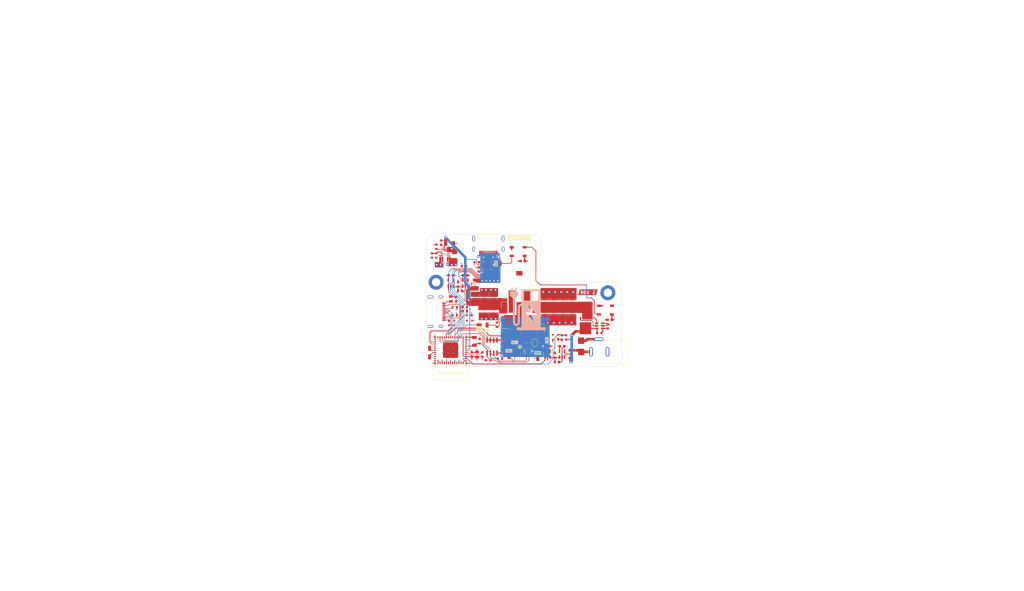
<source format=kicad_pcb>
(kicad_pcb (version 20240108) (generator "pcbnew") (generator_version "8.0")
  (title_block (date "2023-10-08") (rev "2"))
  (layers (0 "F.Cu" signal) (1 "In1.Cu" power) (2 "In2.Cu" power) (31 "B.Cu" signal) (34 "B.Paste" user) (35 "F.Paste" user) (36 "B.SilkS" user "B.Silkscreen") (37 "F.SilkS" user "F.Silkscreen") (38 "B.Mask" user) (39 "F.Mask" user) (44 "Edge.Cuts" user))
  (net 0 "")
  (net 1 "Net-(U2-EN{slash}CHIP_PU)")
  (net 2 "GND")
  (net 3 "+3.3V")
  (net 4 "/boost/BOOST_VOUT")
  (net 5 "Net-(U4-+)")
  (net 6 "VBUS")
  (net 7 "Net-(U7-VS)")
  (net 8 "Net-(U9-+)")
  (net 9 "Net-(JP1-B)")
  (net 10 "Net-(L1-Pad2)")
  (net 11 "Net-(L1-Pad1)")
  (net 13 "Net-(U11-COMP)")
  (net 14 "Net-(U11-EAO)")
  (net 15 "Net-(D1-DOUT)")
  (net 16 "/RGB_DATA")
  (net 18 "/USB_DP")
  (net 19 "/USB_DM")
  (net 20 "/DBG_DETECT")
  (net 21 "Net-(D4-A)")
  (net 22 "/V_SENSE")
  (net 24 "Net-(J1-VBUS_A)")
  (net 25 "Net-(J1-CC1)")
  (net 29 "Net-(J1-CC2)")
  (net 33 "/DBG_VBUS")
  (net 34 "Net-(J2-CC1)")
  (net 36 "Net-(J2-CC2)")
  (net 38 "/VBAT")
  (net 40 "Net-(Q1-G)")
  (net 41 "Net-(U11-PGD)")
  (net 42 "Net-(U11-VDR)")
  (net 43 "Net-(U1-EN)")
  (net 44 "/SDA")
  (net 45 "/SCL")
  (net 46 "/FUSB_INT")
  (net 47 "/IO2_BOOT")
  (net 48 "/BOOST_RUN")
  (net 49 "Net-(U11-EAIN)")
  (net 50 "Net-(U1-AAM)")
  (net 51 "Net-(U1-FB)")
  (net 52 "Net-(U5-ORIENT{slash}I2C_ADDR)")
  (net 64 "/I_SENSE")
  (net 67 "/I_IN")
  (net 68 "/IO9_BOOT")
  (net 73 "/U0_TX")
  (net 86 "Net-(Q1-D)")
  (net 87 "/V_SW")
  (net 88 "/U0_RX")
  (net 90 "Net-(JP1-A)")
  (net 91 "Net-(U11-VDIFF)")
  (net 101 "SGND")
  (footprint "kibuzzard-657BB005" (layer "F.Cu") (at 213.8 153.6)
    (property "Reference" "kibuzzard-657BB005" (hide yes))
    (property "Value" "G***" (hide yes))
  )
  (footprint "USB4505-03-0-A_REVA:GCT_USB4505-03-0-A_REVA" (layer "F.Cu") (at 183.9 138.7 -90)
    (property "Reference" "J2")
    (property "Value" "USB4505-03-0-A" (hide yes))
    (fp_line (start -6.52 1.6) (end -4.62 1.6) (stroke (width 0.1)) (layer "Edge.Cuts"))
    (fp_line (start -4.62 1.6) (end -4.62 -4.6) (stroke (width 0.1)) (layer "Edge.Cuts"))
    (fp_line (start 4.62 1.6) (end 6.36 1.6) (stroke (width 0.1)) (layer "Edge.Cuts"))
    (fp_line (start -3.82 -4.6) (end 3.82 -4.6) (stroke (width 0.1)) (layer "Edge.Cuts"))
    (fp_line (start 4.62 -4.6) (end 4.62 1.6) (stroke (width 0.1)) (layer "Edge.Cuts"))
    (fp_arc (start -4.62 -4.6) (mid -4.540343 -4.86731) (end -4.295 -5) (stroke (width 0.1)) (layer "Edge.Cuts"))
    (fp_arc (start -3.82 -4.6) (mid -3.919853 -4.628934) (end -3.97 -4.72) (stroke (width 0.1)) (layer "Edge.Cuts"))
    (fp_arc (start 3.97 -4.72) (mid 3.919853 -4.628934) (end 3.82 -4.6) (stroke (width 0.1)) (layer "Edge.Cuts"))
    (fp_arc (start 3.97 -4.72) (mid 4.07451 -4.92731) (end 4.295 -5) (stroke (width 0.1)) (layer "Edge.Cuts"))
    (fp_arc (start -4.295 -5) (mid -4.07451 -4.92731) (end -3.97 -4.72) (stroke (width 0.1)) (layer "Edge.Cuts"))
    (fp_arc (start 4.295 -5) (mid 4.540343 -4.86731) (end 4.62 -4.6) (stroke (width 0.1)) (layer "Edge.Cuts"))
  )
  (footprint "Resistor_SMD:R_0603_1608Metric" (layer "F.Cu") (at 197 138.5)
    (property "Reference" "R21" (hide yes))
    (property "Value" "1K" (hide yes))
  )
  (footprint "Capacitor_SMD:C_0603_1608Metric" (layer "F.Cu") (at 219.05 119.45 180)
    (property "Reference" "C10" (hide yes))
    (property "Value" "0.1uF" (hide yes))
  )
  (footprint "Package_TO_SOT_SMD:SOT-23-5" (layer "F.Cu") (at 234.05625 154.86875 90)
    (property "Reference" "U8" (hide yes))
    (property "Value" "INA168" (hide yes))
  )
  (footprint "Resistor_SMD:R_0603_1608Metric" (layer "F.Cu") (at 210.4 156.6 180)
    (property "Reference" "R11" (hide yes))
    (property "Value" "2.7K" (hide yes))
  )
  (footprint "Capacitor_SMD:C_1210_3225Metric" (layer "F.Cu") (at 201 133.5 90)
    (property "Reference" "C19" (hide yes))
    (property "Value" "2.2uF")
  )
  (footprint "MountingHole:MountingHole_3.2mm_M3_ISO7380_Pad_TopBottom" (layer "F.Cu") (at 186.1 127.5)
    (property "Reference" "H1" (hide yes))
    (property "Value" "MountingHole_Pad" (hide yes))
  )
  (footprint "Resistor_SMD:R_1206_3216Metric" (layer "F.Cu") (at 201 128.1 -90)
    (property "Reference" "R3" (hide yes))
    (property "Value" "10m")
  )
  (footprint "RCU-0C:TP+195X110" (layer "F.Cu") (at 216 152.5 90)
    (property "Reference" "TP6")
    (property "Value" "RCU-0C" (hide yes))
  )
  (footprint "Capacitor_SMD:C_1206_3216Metric" (layer "F.Cu") (at 193.246 117.599999 90)
    (property "Reference" "C6" (hide yes))
    (property "Value" "22uF" (hide yes))
  )
  (footprint "Capacitor_SMD:C_0603_1608Metric" (layer "F.Cu") (at 251.4875 144.315 90)
    (property "Reference" "C13" (hide yes))
    (property "Value" "0.1uF" (hide yes))
  )
  (footprint "kibuzzard-657BB0E9" (layer "F.Cu") (at 217.9 110.6)
    (property "Reference" "kibuzzard-657BB0E9" (hide yes))
    (property "Value" "G***" (hide yes))
  )
  (footprint "Capacitor_SMD:C_0603_1608Metric" (layer "F.Cu") (at 191.7 124.825)
    (property "Reference" "C9" (hide yes))
    (property "Value" "0.1uF" (hide yes))
  )
  (footprint "Resistor_SMD:R_0603_1608Metric" (layer "F.Cu") (at 194.45 128.325 90)
    (property "Reference" "R7" (hide yes))
    (property "Value" "249K" (hide yes))
  )
  (footprint "Capacitor_SMD:C_1206_3216Metric" (layer "F.Cu") (at 200.7 150 90)
    (property "Reference" "C1" (hide yes))
    (property "Value" "10uF" (hide yes))
  )
  (footprint "Capacitor_SMD:C_0603_1608Metric" (layer "F.Cu") (at 234.05625 151.86875)
    (property "Reference" "C14" (hide yes))
    (property "Value" "0.1uF" (hide yes))
  )
  (footprint "Resistor_SMD:R_0603_1608Metric" (layer "F.Cu") (at 202.7 150 -90)
    (property "Reference" "R1" (hide yes))
    (property "Value" "10K" (hide yes))
  )
  (footprint "Resistor_SMD:R_1206_3216Metric" (layer "F.Cu") (at 237.4 154.86875 90)
    (property "Reference" "R14" (hide yes))
    (property "Value" "20m")
  )
  (footprint "Package_TO_SOT_SMD:SOT-23-5" (layer "F.Cu") (at 228.55625 154.86875 90)
    (property "Reference" "U9" (hide yes))
    (property "Value" "OPA340NA" (hide yes))
  )
  (footprint "Capacitor_SMD:C_1210_3225Metric" (layer "F.Cu") (at 204.5 138.5 -90)
    (property "Reference" "C18" (hide yes))
    (property "Value" "2.2uF")
  )
  (footprint "Resistor_SMD:R_0603_1608Metric" (layer "F.Cu") (at 234.0125 148.5 -90)
    (property "Reference" "R19" (hide yes))
    (property "Value" "1K" (hide yes))
  )
  (footprint "footprints:SMT_119.421NLT_PUL" (layer "F.Cu") (at 217.8015 128.5)
    (property "Reference" "L1" (hide yes))
    (property "Value" "PA5119.421NLT")
  )
  (footprint "Capacitor_SMD:C_1210_3225Metric" (layer "F.Cu") (at 208 133.5 90)
    (property "Reference" "C21" (hide yes))
    (property "Value" "2.2uF")
  )
  (footprint "kibuzzard-671EAE84" (layer "F.Cu") (at 208.9 120.4 90)
    (property "Reference" "kibuzzard-671EAE84" (hide yes))
    (property "Value" "G***" (hide yes))
  )
  (footprint "PI3740-00-LGIZ:LGA108S100P10X14_1000X1400X263N" (layer "F.Cu") (at 217.9 140 90)
    (property "Reference" "U11" (hide yes))
    (property "Value" "PI3740-00-LGIZ")
  )
  (footprint "Capacitor_SMD:C_1210_3225Metric" (layer "F.Cu") (at 234.5 139.5 -90)
    (property "Reference" "C30" (hide yes))
    (property "Value" "2.2uF")
  )
  (footprint "Resistor_SMD:R_0603_1608Metric" (layer "F.Cu") (at 203.7 155 90)
    (property "Reference" "R8" (hide yes))
    (property "Value" "10K" (hide yes))
  )
  (footprint "LED_SMD:LED_WS2812B_PLCC4_5.0x5.0mm_P3.2mm" (layer "F.Cu") (at 217.35 115.8 180)
    (property "Reference" "D1" (hide yes))
    (property "Value" "WS2812B" (hide yes))
  )
  (footprint "kibuzzard-671EA992" (layer "F.Cu") (at 228.2 149.6 90)
    (property "Reference" "kibuzzard-671EA992" (hide yes))
    (property "Value" "G***" (hide yes))
  )
  (footprint "RCU-0C:TP+195X110" (layer "F.Cu") (at 202.5 143.7)
    (property "Reference" "TP3")
    (property "Value" "RCU-0C" (hide yes))
  )
  (footprint "Capacitor_SMD:C_0603_1608Metric" (layer "F.Cu") (at 211.2 152 -90)
    (property "Reference" "C12" (hide yes))
    (property "Value" "0.1uF" (hide yes))
  )
  (footprint "Capacitor_SMD:C_0603_1608Metric" (layer "F.Cu") (at 195.2 130.825)
    (property "Reference" "C7" (hide yes))
    (property "Value" "~" (hide yes))
  )
  (footprint "MountingHole:MountingHole_3.2mm_M3_ISO7380_Pad_TopBottom" (layer "F.Cu") (at 251.5 131.5)
    (property "Reference" "H2" (hide yes))
    (property "Value" "MountingHole_Pad" (hide yes))
  )
  (footprint "kibuzzard-657FB5DD" (layer "F.Cu") (at 202.6 145.5)
    (property "Reference" "kibuzzard-657FB5DD" (hide yes))
    (property "Value" "G***" (hide yes))
  )
  (footprint "LED_SMD:LED_0805_2012Metric" (layer "F.Cu") (at 191.7 133.85 90)
    (property "Reference" "D4" (hide yes))
    (property "Value" "Green")
  )
  (footprint "LED_SMD:LED_WS2812B_PLCC4_5.0x5.0mm_P3.2mm" (layer "F.Cu") (at 250.6 138.1 180)
    (property "Reference" "D2" (hide yes))
    (property "Value" "WS2812B" (hide yes))
  )
  (footprint "MPM3606A:QFN3p0x5p0x1p6_MPM3606A_MNP" (layer "F.Cu") (at 189.5 117.5)
    (property "Reference" "U1" (hide yes))
    (property "Value" "MPM3606AGQV-P" (hide yes))
  )
  (footprint "Capacitor_SMD:C_1206_3216Metric" (layer "F.Cu") (at 191.246 112.754999)
    (property "Reference" "C3" (hide yes))
    (property "Value" "10uF" (hide yes))
  )
  (footprint "Capacitor_SMD:C_1210_3225Metric" (layer "F.Cu") (at 227.5 134.5 90)
    (property "Reference" "C29" (hide yes))
    (property "Value" "2.2uF")
  )
  (footprint "Capacitor_SMD:C_0603_1608Metric" (layer "F.Cu") (at 224.3 146.4)
    (property "Reference" "C25" (hide yes))
    (property "Value" "56pF")
  )
  (footprint "Resistor_SMD:R_0603_1608Metric" (layer "F.Cu") (at 196.7 121.4)
    (property "Reference" "R12" (hide yes))
    (property "Value" "2.7K" (hide yes))
  )
  (footprint "RCU-0C:TP+195X110" (layer "F.Cu") (at 213.8 155.7 90)
    (property "Reference" "TP5")
    (property "Value" "RCU-0C" (hide yes))
  )
  (footprint "Capacitor_SMD:C_0805_2012Metric" (layer "F.Cu") (at 201.7 155 90)
    (property "Reference" "C2" (hide yes))
    (property "Value" "1uF" (hide yes))
  )
  (footprint "Resistor_SMD:R_0603_1608Metric" (layer "F.Cu") (at 193.2 140.1)
    (property "Reference" "R16" (hide yes))
    (property "Value" "5.1K" (hide yes))
  )
  (footprint "Resistor_SMD:R_0603_1608Metric" (layer "F.Cu") (at 201.55 119.86 180)
    (property "Reference" "R9" (hide yes))
    (property "Value" "10K" (hide yes))
  )
  (footprint "kibuzzard-671EB1B0" (layer "F.Cu") (at 243.9 131.3)
    (property "Reference" "kibuzzard-671EB1B0" (hide yes))
    (property "Value" "G***" (hide yes))
  )
  (footprint "Capacitor_SMD:C_0603_1608Metric" (layer "F.Cu") (at 197.2 124.825)
    (property "Reference" "C5" (hide yes))
    (property "Value" "0.1uF" (hide yes))
  )
  (footprint "RCU-0C:TP+195X110" (layer "F.Cu") (at 243.3 136)
    (property "Reference" "TP11" (hide yes))
    (property "Value" "RCU-0C")
  )
  (footprint "Package_TO_SOT_SMD:SOT-143" (layer "F.Cu") (at 192 142.9)
    (property "Reference" "D3" (hide yes))
    (property "Value" "PRTR5V0U2X" (hide yes))
  )
  (footprint "Package_TO_SOT_SMD:SOT-23-5" (layer "F.Cu") (at 191.7 127.825 90)
    (property "Reference" "U4" (hide yes))
    (property "Value" "OPA340NA" (hide yes))
  )
  (footprint "Capacitor_SMD:C_0603_1608Metric" (layer "F.Cu") (at 202.35 122.66 -90)
    (property "Reference" "C8" (hide yes))
    (property "Value" "0.1uF" (hide yes))
  )
  (footprint "Resistor_SMD:R_0603_1608Metric" (layer "F.Cu") (at 235.5625 148.5 90)
    (property "Reference" "R18" (hide yes))
    (property "Value" "19.1K" (hide yes))
  )
  (footprint "Resistor_SMD:R_0603_1608Metric" (layer "F.Cu") (at 227.35 145.8)
    (property "Reference" "R26" (hide yes))
    (property "Value" "1K")
  )
  (footprint "DAC70501:WSON8_2P1X2P1_TEX" (layer "F.Cu") (at 221.2 154.5 -90)
    (property "Reference" "U10" (hide yes))
    (property "Value" "DAC70501ZDQFT" (hide yes))
  )
  (footprint "Resistor_SMD:R_0603_1608Metric" (layer "F.Cu") (at 206 157.2)
    (property "Reference" "R10" (hide yes))
    (property "Value" "2.7K" (hide yes))
  )
  (footprint "Jumper:SolderJumper-2_P1.3mm_Open_RoundedPad1.0x1.5mm" (layer "F.Cu") (at 223.7 150.6 -90)
    (property "Reference" "JP1" (hide yes))
    (property "Value" "SolderJumper_2_Open")
  )
  (footprint "Capacitor_SMD:C_0603_1608Metric" (layer "F.Cu") (at 199.7 155 90)
    (property "Reference" "C4" (hide yes))
    (property "Value" "0.1uF" (hide yes))
  )
  (footprint "RCU-0C:TP+195X110" (layer "F.Cu") (at 224.8 156.5 90)
    (property "Reference" "TP7")
    (property "Value" "RCU-0C" (hide yes))
  )
  (footprint "PCM_Espressif:ESP32-C3-MINI-1" (layer "F.Cu") (at 191.6 156.1 180)
    (property "Reference" "U2" (hide yes))
    (property "Value" "ESP32-C3-MINI-1" (hide yes))
  )
  (footprint "Resistor_SMD:R_0603_1608Metric" (layer "F.Cu") (at 209.25 143.65 -90)
    (property "Reference" "R24" (hide yes))
    (property "Value" "10K")
  )
  (footprint "Resistor_SMD:R_0603_1608Metric" (layer "F.Cu") (at 187.996 112.424999 -90)
    (property "Reference" "R2" (hide yes))
    (property "Value" "100K" (hide yes))
  )
  (footprint "Resistor_SMD:R_0603_1608Metric" (layer "F.Cu") (at 186.2 114 90)
    (property "Reference" "R4" (hide yes))
    (property "Value" "33K" (hide yes))
  )
  (footprint "Package_TO_SOT_SMD:SOT-143" (layer "F.Cu") (at 231.5625 148.425 180)
    (property "Reference" "D5" (hide yes))
    (property "Value" "PRTR5V0U2X" (hide yes))
  )
  (footprint "Capacitor_SMD:C_1210_3225Metric" (layer "F.Cu") (at 231 139.5 -90)
    (property "Reference" "C31" (hide yes))
    (property "Value" "2.2uF")
  )
  (footprint "Capacitor_SMD:C_1210_3225Metric" (layer "F.Cu") (at 208 138.5 -90)
    (property "Reference" "C22" (hide yes))
    (property "Value" "2.2uF")
  )
  (footprint "kibuzzard-671EA982" (layer "F.Cu") (at 205.5 146)
    (property "Reference" "kibuzzard-671EA982" (hide yes))
    (property "Value" "G***" (hide yes))
  )
  (footprint "Capacitor_SMD:C_0603_1608Metric" (layer "F.Cu") (at 219.8 150.6 -90)
    (property "Reference" "C23" (hide yes))
    (property "Value" "0.1uF" (hide yes))
  )
  (footprint "Resistor_SMD:R_0603_1608Metric" (layer "F.Cu") (at 197 136.9 180)
    (property "Reference" "R22" (hide yes))
    (property "Value" "1K" (hide yes))
  )
  (footprint "Capacitor_SMD:C_0603_1608Metric" (layer "F.Cu") (at 232.05625 157.86875)
    (property "Reference" "C15" (hide yes))
    (property "Value" "~" (hide yes))
  )
  (footprint "RCU-0C:TP+195X110" (layer "F.Cu") (at 183.6 155.9 90)
    (property "Reference" "TP1" (hide yes))
    (property "Value" "RCU-0C")
  )
  (footprint "kibuzzard-657BAFF1" (layer "F.Cu") (at 224.8 154.4)
    (property "Reference" "kibuzzard-657BAFF1" (hide yes))
    (property "Value" "G***" (hide yes))
  )
  (footprint "USB4505-03-0-A_REVA:GCT_USB4505-03-0-A_REVA" (layer "F.Cu") (at 206.02 110.9 180)
    (property "Reference" "J1")
    (property "Value" "USB4505-03-0-A" (hide yes))
    (fp_line (start 4.62 1.6) (end 6.36 1.6) (stroke (width 0.1)) (layer "Edge.Cuts"))
    (fp_line (start 4.62 -4.6) (end 4.62 1.6) (stroke (width 0.1)) (layer "Edge.Cuts"))
    (fp_line (start -3.82 -4.6) (end 3.82 -4.6) (stroke (width 0.1)) (layer "Edge.Cuts"))
    (fp_line (start -4.62 1.6) (end -4.62 -4.6) (stroke (width 0.1)) (layer "Edge.Cuts"))
    (fp_line (start -6.52 1.6) (end -4.62 1.6) (stroke (width 0.1)) (layer "Edge.Cuts"))
    (fp_arc (start 4.295 -5) (mid 4.540343 -4.86731) (end 4.62 -4.6) (stroke (width 0.1)) (layer "Edge.Cuts"))
    (fp_arc (start 3.97 -4.72) (mid 4.07451 -4.92731) (end 4.295 -5) (stroke (width 0.1)) (layer "Edge.Cuts"))
    (fp_arc (start 3.97 -4.72) (mid 3.919853 -4.628934) (end 3.82 -4.6) (stroke (width 0.1)) (layer "Edge.Cuts"))
    (fp_arc (start -3.82 -4.6) (mid -3.919853 -4.628934) (end -3.97 -4.72) (stroke (width 0.1)) (layer "Edge.Cuts"))
    (fp_arc (start -4.295 -5) (mid -4.07451 -4.92731) (end -3.97 -4.72) (stroke (width 0.1)) (layer "Edge.Cuts"))
    (fp_arc (start -4.62 -4.6) (mid -4.540343 -4.86731) (end -4.295 -5) (stroke (width 0.1)) (layer "Edge.Cuts"))
  )
  (footprint "kibuzzard-67218F63" (layer "F.Cu") (at 243.3 138.1)
    (property "Reference" "kibuzzard-67218F63" (hide yes))
    (property "Value" "G***" (hide yes))
  )
  (footprint "RCU-0C:TP+195X110" (layer "F.Cu") (at 183.6 152.65 90)
    (property "Reference" "TP2" (hide yes))
    (property "Value" "RCU-0C")
  )
  (footprint "kibuzzard-657BAFFB" (layer "F.Cu") (at 216 150.4)
    (property "Reference" "kibuzzard-657BAFFB" (hide yes))
    (property "Value" "G***" (hide yes))
  )
  (footprint "Capacitor_SMD:C_0603_1608Metric" (layer "F.Cu") (at 228.55625 151.86875)
    (property "Reference" "C16" (hide yes))
    (property "Value" "0.1uF" (hide yes))
  )
  (footprint "RCU-0C:TP+195X110" (layer "F.Cu") (at 205.5 143.8 90)
    (property "Reference" "TP10" (hide yes))
    (property "Value" "RCU-0C")
  )
  (footprint "Resistor_SMD:R_0603_1608Metric" (layer "F.Cu") (at 186.2 117.3 90)
    (property "Reference" "R5" (hide yes))
    (property "Value" "75K" (hide yes))
  )
  (footprint "54-00166:TENSILITY_54-00166" (layer "F.Cu") (at 251.35 154 90)
    (property "Reference" "J3")
    (property "Value" "54-00166" (hide yes))
  )
  (footprint "Capacitor_SMD:C_1210_3225Metric" (layer "F.Cu") (at 238 134.5 90)
    (property "Reference" "C27" (hide yes))
    (property "Value" "2.2uF")
  )
  (footprint "Resistor_SMD:R_0603_1608Metric" (layer "F.Cu") (at 231.30625 155.36875 90)
    (property "Reference" "R15" (hide yes))
    (property "Value" "249K" (hide yes))
  )
  (footprint "Package_TO_SOT_SMD:TDSON-8-1" (layer "F.Cu") (at 243 143.95 -90)
    (property "Reference" "Q1" (hide yes))
    (property "Value" "CSD19532Q5B" (hide yes))
  )
  (footprint "Package_TO_SOT_SMD:TSOT-23-6" (layer "F.Cu") (at 248.4 144.1 180)
    (property "Reference" "U7" (hide yes))
    (property "Value" "LM5050-1" (hide yes))
  )
  (footprint "Package_DFN_QFN:WQFN-16-1EP_3x3mm_P0.5mm_EP1.75x1.75mm" (layer "F.Cu") (at 205.45 121.16 -90)
    (property "Reference" "U5" (hide yes))
    (property "Value" "FUSB307BMPX" (hide yes))
  )
  (footprint "Resistor_SMD:R_0603_1608Metric" (layer "F.Cu") (at 221.5 150.6 90)
    (property "Reference" "R23" (hide yes))
    (property "Value" "1K")
  )
  (footprint "Capacitor_SMD:C_1210_3225Metric" (layer "F.Cu") (at 234.5 134.5 90)
    (property "Reference" "C28" (hide yes))
    (property "Value" "2.2uF")
  )
  (footprint "Resistor_SMD:R_0603_1608Metric" (layer "F.Cu") (at 193.7 133.95 90)
    (property "Reference" "R20" (hide yes))
    (property "Value" "300")
  )
  (footprint "RCU-0C:TP+195X110" (layer "F.Cu") (at 226.3 149.6 90)
    (property "Reference" "TP8" (hide yes))
    (property "Value" "RCU-0C")
  )
  (footprint "Capacitor_SMD:C_0603_1608Metric" (layer "F.Cu") (at 252.2 141.8 180)
    (property "Reference" "C11" (hide yes))
    (property "Value" "0.1uF" (hide yes))
  )
  (footprint "RCU-0C:TP+195X110" (layer "F.Cu") (at 210.5 120.3 -90)
    (property "Reference" "TP4")
    (property "Value" "RCU-0C" (hide yes))
  )
  (footprint "Resistor_SMD:R_0603_1608Metric" (layer "F.Cu") (at 184.5 117.3 -90)
    (property "Reference" "R6" (hide yes))
    (property "Value" "24K" (hide yes))
  )
  (footprint "Resistor_SMD:R_0603_1608Metric" (layer "F.Cu") (at 226.6 143.45 -90)
    (property "Reference" "R25" (hide yes))
    (property "Value" "25K")
  )
  (footprint "TestPoint:TestPoint_THTPad_D1.0mm_Drill0.5mm" (layer "F.Cu") (at 218 152.1)
    (property "Reference" "TP12" (hide yes))
    (property "Value" "TestPoint_Alt")
  )
  (footprint "Resistor_SMD:R_0603_1608Metric" (layer "F.Cu") (at 248.2375 146.815)
    (property "Reference" "R13" (hide yes))
    (property "Value" "100" (hide yes))
  )
  (footprint "Capacitor_SMD:C_1210_3225Metric" (layer "F.Cu") (at 231 134.5 90)
    (property "Reference" "C32" (hide yes))
    (property "Value" "2.2uF")
  )
  (footprint "Capacitor_SMD:C_0603_1608Metric" (layer "F.Cu") (at 218.8 154.6 -90)
    (property "Reference" "C17" (hide yes))
    (property "Value" "0.1uF" (hide yes))
  )
  (footprint "Resistor_SMD:R_0603_1608Metric" (layer "F.Cu") (at 193.2 137)
    (property "Reference" "R17" (hide yes))
    (property "Value" "5.1K" (hide yes))
  )
  (footprint "Capacitor_SMD:C_0603_1608Metric" (layer "F.Cu") (at 218.2 146.4 180)
    (property "Reference" "C24" (hide yes))
    (property "Value" "4.7nF")
  )
  (footprint "Capacitor_SMD:C_1210_3225Metric" (layer "F.Cu") (at 227.5 139.5 -90)
    (property "Reference" "C33" (hide yes))
    (property "Value" "2.2uF")
  )
  (footprint "Package_TO_SOT_SMD:SOT-143" (layer "F.Cu") (at 198.8 141.1 -90)
    (property "Reference" "D7" (hide yes))
    (property "Value" "PRTR5V0U2X" (hide yes))
  )
  (footprint "Capacitor_SMD:C_1210_3225Metric" (layer "F.Cu") (at 238 139.5 -90)
    (property "Reference" "C26" (hide yes))
    (property "Value" "2.2uF")
  )
  (footprint "RCU-0C:TP+195X110" (layer "F.Cu") (at 211.7 147.8 90)
    (property "Reference" "TP9" (hide yes))
    (property "Value" "RCU-0C")
  )
  (footprint "Package_TO_SOT_SMD:SOT-23-5" (layer "F.Cu") (at 197.2 127.825 90)
    (property "Reference" "U3" (hide yes))
    (property "Value" "INA168" (hide yes))
  )
  (footprint "Capacitor_SMD:C_1210_3225Metric" (layer "F.Cu") (at 204.5 133.5 90)
    (property "Reference" "C20" (hide yes))
    (property "Value" "2.2uF")
  )
  (footprint "Package_SO:SOIC-8_3.9x4.9mm_P1.27mm" (layer "F.Cu") (at 207.4 152 90)
    (property "Reference" "U6" (hide yes))
    (property "Value" "LM75B" (hide yes))
  )
  (footprint "Diode_SMD:D_SMB" (layer "F.Cu") (at 241.3 151.9 90)
    (property "Reference" "D6" (hide yes))
    (property "Value" "D_Schottky_Small" (hide yes))
  )
  (footprint "LOGO" (layer "B.Cu") (at 221 137.6 180)
    (property "Reference" "G***" (hide yes))
    (property "Value" "LOGO" (hide yes))
  )
  (gr_circle (center 254.5 139.7) (end 254.7 139.7) (stroke (width 0.15)) (fill solid) (layer "F.SilkS"))
  (gr_circle (center 221.2 117.5) (end 221.4 117.5) (stroke (width 0.15)) (fill solid) (layer "F.SilkS"))
  (gr_line (start 226 124.4) (end 226 112.3) (stroke (width 0.1)) (layer "Edge.Cuts"))
  (gr_arc (start 229 127.4) (mid 226.87868 126.52132) (end 226 124.4) (stroke (width 0.1)) (layer "Edge.Cuts"))
  (gr_line (start 185.3 109.3) (end 199.66 109.3) (stroke (width 0.1)) (layer "Edge.Cuts"))
  (gr_line (start 182.3 156.5) (end 182.3 145.06) (stroke (width 0.1)) (layer "Edge.Cuts"))
  (gr_line (start 253.689464 127.4) (end 229 127.4) (stroke (width 0.1)) (layer "Edge.Cuts"))
  (gr_arc (start 253.689464 127.4) (mid 255.810784 128.27868) (end 256.689464 130.4) (stroke (width 0.1)) (layer "Edge.Cuts"))
  (gr_arc (start 256.689464 156.5) (mid 255.810784 158.62132) (end 253.689464 159.5) (stroke (width 0.1)) (layer "Edge.Cuts"))
  (gr_arc (start 185.3 159.5) (mid 183.17868 158.62132) (end 182.3 156.5) (stroke (width 0.1)) (layer "Edge.Cuts"))
  (gr_arc (start 223 109.3) (mid 225.12132 110.17868) (end 226 112.3) (stroke (width 0.1)) (layer "Edge.Cuts"))
  (gr_line (start 256.689464 130.4) (end 256.689464 156.5) (stroke (width 0.1)) (layer "Edge.Cuts"))
  (gr_line (start 182.3 132.18) (end 182.3 112.3) (stroke (width 0.1)) (layer "Edge.Cuts"))
  (gr_line (start 185.3 159.5) (end 253.689464 159.5) (stroke (width 0.1)) (layer "Edge.Cuts"))
  (gr_arc (start 182.3 112.3) (mid 183.17868 110.17868) (end 185.3 109.3) (stroke (width 0.1)) (layer "Edge.Cuts"))
  (gr_line (start 212.54 109.3) (end 223 109.3) (stroke (width 0.1)) (layer "Edge.Cuts"))
  (segment (start 202.7 150.825) (end 201.35 150.825) (width 0.3) (layer "F.Cu") (net 1))
  (segment (start 197.5 151.8) (end 200.375 151.8) (width 0.3) (layer "F.Cu") (net 1))
  (segment (start 201.35 150.825) (end 200.7 151.475) (width 0.3) (layer "F.Cu") (net 1))
  (segment (start 200.375 151.8) (end 200.7 151.475) (width 0.3) (layer "F.Cu") (net 1))
  (segment (start 186.2 113.175) (end 185.175 113.175) (width 0.2) (layer "F.Cu") (net 2))
  (segment (start 193.2 157.1) (end 193.2 158.3) (width 0.3) (layer "F.Cu") (net 2))
  (segment (start 196.3 156.8) (end 196.5 156.6) (width 0.3) (layer "F.Cu") (net 2))
  (segment (start 202.1 117.7) (end 202.82 116.98) (width 0.5) (layer "F.Cu") (net 2))
  (segment (start 209.305 154.475) (end 210.425 154.475) (width 0.4) (layer "F.Cu") (net 2))
  (segment (start 191.6 157.1) (end 191.6 158.3) (width 0.3) (layer "F.Cu") (net 2))
  (segment (start 196.4 158) (end 196.7 157.7) (width 0.3) (layer "F.Cu") (net 2))
  (segment (start 197.6 148.5) (end 197.6 147.7) (width 0.2) (layer "F.Cu") (net 2))
  (segment (start 234.83125 151.86875) (end 235.8 151.86875) (width 0.3) (layer "F.Cu") (net 2))
  (segment (start 201.7 153.1) (end 201.7 154.05) (width 0.3) (layer "F.Cu") (net 2))
  (segment (start 192.1 114.7) (end 192.1 114.978999) (width 0.2) (layer "F.Cu") (net 2))
  (segment (start 184.9 158.35) (end 185.65 158.35) (width 0.3) (layer "F.Cu") (net 2))
  (segment (start 234.05625 152.64375) (end 234.83125 151.86875) (width 0.3) (layer "F.Cu") (net 2))
  (segment (start 186.8 157.1) (end 186.8 158.3) (width 0.3) (layer "F.Cu") (net 2))
  (segment (start 198.9 124.9) (end 197.975 124.9) (width 0.3) (layer "F.Cu") (net 2))
  (segment (start 243.2625 149.75) (end 240.7125 149.75) (width 1) (layer "F.Cu") (net 2))
  (segment (start 197.55 148.45) (end 200.625 148.45) (width 0.4) (layer "F.Cu") (net 2))
  (segment (start 206.925 120.91) (end 207.9 120.91) (width 0.2) (layer "F.Cu") (net 2))
  (segment (start 192.721 112.754999) (end 193.945001 112.754999) (width 0.2) (layer "F.Cu") (net 2))
  (segment (start 229.33125 151.86875) (end 230.2 151.86875) (width 0.3) (layer "F.Cu") (net 2))
  (segment (start 190.2 134.8) (end 191.6875 134.8) (width 0.2) (layer "F.Cu") (net 2))
  (segment (start 196.5 156.6) (end 197.5 156.6) (width 0.3) (layer "F.Cu") (net 2))
  (segment (start 210.9 154) (end 211.2 153.7) (width 0.4) (layer "F.Cu") (net 2))
  (segment (start 251.425 141.8) (end 250.5 141.8) (width 0.5) (layer "F.Cu") (net 2))
  (segment (start 202.82 116.98) (end 202.82 116.05) (width 0.5) (layer "F.Cu") (net 2))
  (segment (start 228.55625 156.00625) (end 228.55625 157.2) (width 0.3) (layer "F.Cu") (net 2))
  (segment (start 199.7 154.225) (end 201.525 154.225) (width 0.3) (layer "F.Cu") (net 2))
  (segment (start 197.975 124.9) (end 197.2 125.675) (width 0.3) (layer "F.Cu") (net 2))
  (segment (start 191.6875 134.8) (end 191.7 134.7875) (width 0.2) (layer "F.Cu") (net 2))
  (segment (start 249.5375 144.1) (end 250.9275 144.1) (width 0.3) (layer "F.Cu") (net 2))
  (segment (start 196.4 158.3) (end 196.4 158) (width 0.3) (layer "F.Cu") (net 2))
  (segment (start 188.246 117.25) (end 187.15 117.25) (width 0.25) (layer "F.Cu") (net 2))
  (segment (start 232.7125 149.325) (end 232.5625 149.175) (width 0.3) (layer "F.Cu") (net 2))
  (segment (start 191.7 129.0375) (end 191.7 130.3) (width 0.3) (layer "F.Cu") (net 2))
  (segment (start 193.071001 115.95) (end 193.246 116.124999) (width 0.2) (layer "F.Cu") (net 2))
  (segment (start 207.9 120.91) (end 207.95 120.86) (width 0.2) (layer "F.Cu") (net 2))
  (segment (start 200.725 120.835) (end 200.75 120.86) (width 0.2) (layer "F.Cu") (net 2))
  (segment (start 209.9 117.7) (end 209.22 117.02) (width 0.5) (layer "F.Cu") (net 2))
  (segment (start 203.225 123.435) (end 203.45 123.66) (width 0.2) (layer "F.Cu") (net 2))
  (segment (start 196.95 130.9) (end 197.2 130.65) (width 0.3) (layer "F.Cu") (net 2))
  (segment (start 234.05625 156.00625) (end 234.05625 157.61875) (width 0.3) (layer "F.Cu") (net 2))
  (segment (start 197.2 125.675) (end 197.2 130.65) (width 0.3) (layer "F.Cu") (net 2))
  (segment (start 190.75 141.9) (end 191 142.15) (width 0.2) (layer "F.Cu") (net 2))
  (segment (start 199.7 153.3) (end 199.7 154.225) (width 0.3) (layer "F.Cu") (net 2))
  (segment (start 190.8 157.7) (end 190.8 158.3) (width 0.25) (layer "F.Cu") (net 2))
  (segment (start 194.025 137) (end 194.025 137.675) (width 0.2) (layer "F.Cu") (net 2))
  (segment (start 189.5 135.5) (end 190.2 134.8) (width 0.2) (layer "F.Cu") (net 2))
  (segment (start 197 157.4) (end 197.5 157.4) (width 0.3) (layer "F.Cu") (net 2))
  (segment (start 251.0975 143.15) (end 251.4875 143.54) (width 0.3) (layer "F.Cu") (net 2))
  (segment (start 200.625 148.45) (end 200.7 148.525) (width 0.4) (layer "F.Cu") (net 2))
  (segment (start 214.9 114.15) (end 214.9 115.1) (width 0.5) (layer "F.Cu") (net 2))
  (segment (start 197.5 149.4) (end 198.4 149.4) (width 0.3) (layer "F.Cu") (net 2))
  (segment (start 195.6 157.7) (end 195.6 158.3) (width 0.25) (layer "F.Cu") (net 2))
  (segment (start 234.0125 150.1) (end 234.0125 149.325) (width 0.3) (layer "F.Cu") (net 2))
  (segment (start 194.025 139.425) (end 193.7 139.1) (width 0.2) (layer "F.Cu") (net 2))
  (segment (start 209.22 117.02) (end 209.22 116.05) (width 0.5) (layer "F.Cu") (net 2))
  (segment (start 194.45 127.575) (end 194.45 127.2) (width 0.3) (layer "F.Cu") (net 2))
  (segment (start 195.975 130.9) (end 196.95 130.9) (width 0.3) (layer "F.Cu") (net 2))
  (segment (start 194.45 127.5) (end 194.45 127.2) (width 0.3) (layer "F.Cu") (net 2))
  (segment (start 250.9275 144.1) (end 251.4875 143.54) (width 0.3) (layer "F.Cu") (net 2))
  (segment (start 193.945001 112.754999) (end 194 112.7) (width 0.2) (layer "F.Cu") (net 2))
  (segment (start 189.05 135.5) (end 189.5 135.5) (width 0.2) (layer "F.Cu") (net 2))
  (segment (start 192.475 124.9) (end 193.7 124.9) (width 0.3) (layer "F.Cu") (net 2))
  (segment (start 202.35 123.435) (end 203.225 123.435) (width 0.2) (layer "F.Cu") (net 2))
  (segment (start 194.45 127.2) (end 194.45 126.6) (width 0.3) (layer "F.Cu") (net 2))
  (segment (start 232.83125 157.86875) (end 233.80625 157.86875) (width 0.3) (layer "F.Cu") (net 2))
  (segment (start 197.55 158.35) (end 198.85 158.35) (width 0.3) (layer "F.Cu") (net 2))
  (segment (start 194.8 147.6) (end 194.8 148.5) (width 0.3) (layer "F.Cu") (net 2))
  (segment (start 187.15 117.25) (end 187.1 117.3) (width 0.25) (layer "F.Cu") (net 2))
  (segment (start 233.80625 157.86875) (end 234.05625 157.61875) (width 0.3) (layer "F.Cu") (net 2))
  (segment (start 197.175 135.9) (end 196.175 136.9) (width 0.2) (layer "F.Cu") (net 2))
  (segment (start 199.55 139.15) (end 199.55 140.1) (width 0.2) (layer "F.Cu") (net 2))
  (segment (start 185.175 113.175) (end 185.1 113.1) (width 0.2) (layer "F.Cu") (net 2))
  (segment (start 194.8 157.1) (end 194.8 158.3) (width 0.3) (layer "F.Cu") (net 2))
  (segment (start 224.8 156.5) (end 223.6 156.5) (width 0.2) (layer "F.Cu") (net 2))
  (segment (start 243.8125 149.2) (end 243.2625 149.75) (width 1) (layer "F.Cu") (net 2))
  (segment (start 197.1995 135.9) (end 197.175 135.9) (width 0.2) (layer "F.Cu") (net 2))
  (segment (start 234.0125 149.325) (end 232.7125 149.325) (width 0.3) (layer "F.Cu") (net 2))
  (segment (start 185.65 147.7) (end 185.65 148.45) (width 0.3) (layer "F.Cu") (net 2))
  (segment (start 234.05625 156.00625) (end 234.05625 152.64375) (width 0.3) (layer "F.Cu") (net 2))
  (segment (start 249.5 136.45) (end 248.2375 136.45) (width 0.5) (layer "F.Cu") (net 2))
  (segment (start 201.525 154.225) (end 201.7 154.05) (width 0.3) (layer "F.Cu") (net 2))
  (segment (start 188.4 157.1) (end 188.4 158.3) (width 0.3) (layer "F.Cu") (net 2))
  (segment (start 249.5375 143.15) (end 251.0975 143.15) (width 0.3) (layer "F.Cu") (net 2))
  (segment (start 198.85 158.35) (end 198.9 158.4) (width 0.3) (layer "F.Cu") (net 2))
  (segment (start 190 157.1) (end 190 158.3) (width 0.3) (layer "F.Cu") (net 2))
  (segment (start 211.2 153.7) (end 211.2 152.775) (width 0.4) (layer "F.Cu") (net 2))
  (segment (start 194.025 137.675) (end 193.7 138) (width 0.2) (layer "F.Cu") (net 2))
  (segment (start 231.30625 154.54375) (end 231.30625 153.7) (width 0.3) (layer "F.Cu") (net 2))
  (segment (start 194 157.7) (end 194 158.3) (width 0.25) (layer "F.Cu") (net 2))
  (segment (start 252.3875 143.54) (end 251.4875 143.54) (width 0.3) (layer "F.Cu") (net 2))
  (segment (start 184.5 118.125) (end 184.5 118.1) (width 0.3) (layer "F.Cu") (net 2))
  (segment (start 187.6 157.7) (end 187.6 158.3) (width 0.25) (layer "F.Cu") (net 2))
  (segment (start 189.05 141.9) (end 190.75 141.9) (width 0.2) (layer "F.Cu") (net 2))
  (segment (start 248.1 149.2) (end 243.8125 149.2) (width 1) (layer "F.Cu") (net 2))
  (segment (start 218.275 119.45) (end 217.325 119.45) (width 0.5) (layer "F.Cu") (net 2))
  (segment (start 196.7 157.7) (end 197 157.4) (width 0.3) (layer "F.Cu") (net 2))
  (segment (start 192.4 157.7) (end 192.4 158.3) (width 0.25) (layer "F.Cu") (net 2))
  (segment (start 189.2 157.7) (end 189.2 158.3) (width 0.25) (layer "F.Cu") (net 2))
  (segment (start 200.725 119.86) (end 200.725 120.835) (width 0.2) (layer "F.Cu") (net 2))
  (segment (start 194.025 140.1) (end 194.025 139.425) (width 0.2) (layer "F.Cu") (net 2))
  (segment (start 210.425 154.475) (end 210.9 154) (width 0.4) (layer "F.Cu") (net 2))
  (via (at 252.3875 143.54) (size 0.4) (drill 0.2) (layers "F.Cu" "B.Cu") (net 2))
  (via (at 217.9 141) (size 0.4) (drill 0.2) (layers "F.Cu" "B.Cu") (net 2))
  (via (at 228.35 140.1) (size 0.4) (drill 0.2) (layers "F.Cu" "B.Cu") (net 2))
  (via (at 192.1 114.7) (size 1) (drill 0.5) (layers "F.Cu" "B.Cu") (net 2))
  (via (at 216.9 142) (size 0.4) (drill 0.2) (layers "F.Cu" "B.Cu") (net 2))
  (via (at 216.9 140) (size 0.4) (drill 0.2) (layers "F.Cu" "B.Cu") (net 2))
  (via (at 223.6 156.5) (size 0.4) (drill 0.2) (layers "F.Cu" "B.Cu") (net 2))
  (via (at 217.9 142) (size 0.4) (drill 0.2) (layers "F.Cu" "B.Cu") (net 2))
  (via (at 214.9 142) (size 0.4) (drill 0.2) (layers "F.Cu" "B.Cu") (net 2))
  (via (at 218.9 136) (size 0.4) (drill 0.2) (layers "F.Cu" "B.Cu") (net 2))
  (via (at 203.65 139.15) (size 0.4) (drill 0.2) (layers "F.Cu" "B.Cu") (net 2))
  (via (at 218.9 142) (size 0.4) (drill 0.2) (layers "F.Cu" "B.Cu") (net 2))
  (via (at 206.25 131.6) (size 0.4) (drill 0.2) (layers "F.Cu" "B.Cu") (net 2))
  (via (at 235.4 133.85) (size 0.4) (drill 0.2) (layers "F.Cu" "B.Cu") (net 2))
  (via (at 218.9 141) (size 0.4) (drill 0.2) (layers "F.Cu" "B.Cu") (net 2))
  (via (at 202.75 131.6) (size 0.4) (drill 0.2) (layers "F.Cu" "B.Cu") (net 2))
  (via (at 228.55625 157.2) (size 0.4) (drill 0.2) (layers "F.Cu" "B.Cu") (net 2))
  (via (at 238.3 131.2) (size 1) (drill 0.5) (layers "F.Cu" "B.Cu") (net 2))
  (via (at 196.3 156.8) (size 0.4) (drill 0.2) (layers "F.Cu" "B.Cu") (net 2))
  (via (at 203.4 130.4) (size 1) (drill 0.5) (layers "F.Cu" "B.Cu") (net 2))
  (via (at 190.2 134.8) (size 0.4) (drill 0.2) (layers "F.Cu" "B.Cu") (net 2))
  (via (at 214.9 143) (size 0.4) (drill 0.2) (layers "F.Cu" "B.Cu") (net 2))
  (via (at 205.15 141.4) (size 1) (drill 0.5) (layers "F.Cu" "B.Cu") (net 2))
  (via (at 185.1 113.1) (size 0.4) (drill 0.2) (layers "F.Cu" "B.Cu") (net 2))
  (via (at 194.8 147.6) (size 0.4) (drill 0.2) (layers "F.Cu" "B.Cu") (net 2))
  (via (at 198.4 149.4) (size 0.4) (drill 0.2) (layers "F.Cu" "B.Cu") (net 2))
  (via (at 203.45 141.4) (size 1) (drill 0.5) (layers "F.Cu" "B.Cu") (net 2))
  (via (at 218.9 143) (size 0.4) (drill 0.2) (layers "F.Cu" "B.Cu") (net 2))
  (via (at 212.9 143) (size 0.4) (drill 0.2) (layers "F.Cu" "B.Cu") (net 2))
  (via (at 191.7 130.3) (size 0.4) (drill 0.2) (layers "F.Cu" "B.Cu") (net 2))
  (via (at 207.05 141.4) (size 1) (drill 0.5) (layers "F.Cu" "B.Cu") (net 2))
  (via (at 193.7 124.9) (size 0.4) (drill 0.2) (layers "F.Cu" "B.Cu") (net 2))
  (via (at 217.9 137) (size 0.4) (drill 0.2) (layers "F.Cu" "B.Cu") (net 2))
  (via (at 215.9 141) (size 0.4) (drill 0.2) (layers "F.Cu" "B.Cu") (net 2))
  (via (at 208.7 130.4) (size 1) (drill 0.5) (layers "F.Cu" "B.Cu") (net 2))
  (via (at 205.45 121.16) (size 0.4) (drill 0.2) (layers "F.Cu" "B.Cu") (net 2))
  (via (at 237.2 140.1) (size 0.4) (drill 0.2) (layers "F.Cu" "B.Cu") (net 2))
  (via (at 193.7 138) (size 0.4) (drill 0.2) (layers "F.Cu" "B.Cu") (net 2))
  (via (at 188.6 152.4) (size 0.4) (drill 0.2) (layers "F.Cu" "B.Cu") (net 2))
  (via (at 199.55 139.15) (size 0.4) (drill 0.2) (layers "F.Cu" "B.Cu") (net 2))
  (via (at 201.8 133) (size 0.4) (drill 0.2) (layers "F.Cu" "B.Cu") (net 2))
  (via (at 210.9 154) (size 0.4) (drill 0.2) (layers "F.Cu" "B.Cu") (net 2))
  (via (at 189.2 157.7) (size 0.4) (drill 0.2) (layers "F.Cu" "B.Cu") (net 2))
  (via (at 207 130.4) (size 1) (drill 0.5) (layers "F.Cu" "B.Cu") (net 2))
  (via (at 184.9 158.35) (size 0.4) (drill 0.2) (layers "F.Cu" "B.Cu") (net 2))
  (via (at 213.9 141) (size 0.4) (drill 0.2) (layers "F.Cu" "B.Cu") (net 2))
  (via (at 194.6 154.4) (size 0.4) (drill 0.2) (layers "F.Cu" "B.Cu") (net 2))
  (via (at 217.9 143) (size 0.4) (drill 0.2) (layers "F.Cu" "B.Cu") (net 2))
  (via (at 236.02 131.2) (size 1) (drill 0.5) (layers "F.Cu" "B.Cu") (net 2))
  (via (at 186.8 157.1) (size 0.4) (drill 0.2) (layers "F.Cu" "B.Cu") (net 2))
  (via (at 237.72 142.9) (size 1) (drill 0.5) (layers "F.Cu" "B.Cu") (net 2))
  (via (at 201.7 153.1) (size 0.4) (drill 0.2) (layers "F.Cu" "B.Cu") (net 2))
  (via (at 208.8 133.05) (size 0.4) (drill 0.2) (layers "F.Cu" "B.Cu") (net 2))
  (via (at 197.6 147.7) (size 0.4) (drill 0.2) (layers "F.Cu" "B.Cu") (net 2))
  (via (at 228.35 133.8) (size 0.4) (drill 0.2) (layers "F.Cu" "B.Cu") (net 2))
  (via (at 217.9 136) (size 0.4) (drill 0.2) (layers "F.Cu" "B.Cu") (net 2))
  (via (at 235.8 151.86875) (size 0.4) (drill 0.2) (layers "F.Cu" "B.Cu") (net 2))
  (via (at 190.8 157.7) (size 0.4) (drill 0.2) (layers "F.Cu" "B.Cu") (net 2))
  (via (at 213.9 142) (size 0.4) (drill 0.2) (layers "F.Cu" "B.Cu") (net 2))
  (via (at 218.9 138) (size 0.4) (drill 0.2) (layers "F.Cu" "B.Cu") (net 2))
  (via (at 207.15 139.15) (size 0.4) (drill 0.2) (layers "F.Cu" "B.Cu") (net 2))
  (via (at 228.6 142.9) (size 1) (drill 0.5) (layers "F.Cu" "B.Cu") (net 2))
  (via (at 218.9 137) (size 0.4) (drill 0.2) (layers "F.Cu" "B.Cu") (net 2))
  (via (at 194.45 126.6) (size 0.4) (drill 0.2) (layers "F.Cu" "B.Cu") (net 2))
  (via (at 233.16 142.9) (size 1) (drill 0.5) (layers "F.Cu" "B.Cu") (net 2))
  (via (at 226.65 133.8) (size 0.4) (drill 0.2) (layers "F.Cu" "B.Cu") (net 2))
  (via (at 226.65 140.1) (size 0.4) (drill 0.2) (layers "F.Cu" "B.Cu") (net 2))
  (via (at 192.6 154.4) (size 0.4) (drill 0.2) (layers "F.Cu" "B.Cu") (net 2))
  (via (at 188.6 154.4) (size 0.4) (drill 0.2) (layers "F.Cu" "B.Cu") (net 2))
  (via (at 231.85 140.1) (size 0.4) (drill 0.2) (layers "F.Cu" "B.Cu") (net 2))
  (via (at 198.9 158.4) (size 0.4) (drill 0.2) (layers "F.Cu" "B.Cu") (net 2))
  (via (at 192.4 157.7) (size 0.4) (drill 0.2) (layers "F.Cu" "B.Cu") (net 2))
  (via (at 218.9 140) (size 0.4) (drill 0.2) (layers "F.Cu" "B.Cu") (net 2))
  (via (at 238.9 140.1) (size 0.4) (drill 0.2) (layers "F.Cu" "B.Cu") (net 2))
  (via (at 230.15 133.8) (size 0.4) (drill 0.2) (layers "F.Cu" "B.Cu") (net 2))
  (via (at 187.1 117.3) (size 0.4) (drill 0.2) (layers "F.Cu" "B.Cu") (net 2))
  (via (at 209.9 117.7) (size 1) (drill 0.5) (layers "F.Cu" "B.Cu") (net 2))
  (via (at 194 112.7) (size 0.4) (drill 0.2) (layers "F.Cu" "B.Cu") (net 2))
  (via (at 231.85 133.8) (size 0.4) (drill 0.2) (layers "F.Cu" "B.Cu") (net 2))
  (via (at 192.6 152.4) (size 0.4) (drill 0.2) (layers "F.Cu" "B.Cu") (net 2))
  (via (at 217.9 138) (size 0.4) (drill 0.2) (layers "F.Cu" "B.Cu") (net 2))
  (via (at 238.9 133.85) (size 0.4) (drill 0.2) (layers "F.Cu" "B.Cu") (net 2))
  (via (at 208.85 139.15) (size 0.4) (drill 0.2) (layers "F.Cu" "B.Cu") (net 2))
  (via (at 202.1 117.7) (size 1) (drill 0.5) (layers "F.Cu" "B.Cu") (net 2))
  (via (at 217.325 119.45) (size 0.4) (drill 0.2) (layers "F.Cu" "B.Cu") (net 2))
  (via (at 184.5 118.1) (size 0.4) (drill 0.2) (layers "F.Cu" "B.Cu") (net 2))
  (via (at 194.8 157.1) (size 0.4) (drill 0.2) (layers "F.Cu" "B.Cu") (net 2))
  (via (at 203.45 123.66) (size 0.4) (drill 0.2) (layers "F.Cu" "B.Cu") (net 2))
  (via (at 250.5 141.8) (size 0.4) (drill 0.2) (layers "F.Cu" "B.Cu") (net 2))
  (via (at 208.75 141.4) (size 1) (drill 0.5) (layers "F.Cu" "B.Cu") (net 2))
  (via (at 206.25 132.45) (size 0.4) (drill 0.2) (layers "F.Cu" "B.Cu") (net 2))
  (via (at 198.9 124.9) (size 0.4) (drill 0.2) (layers "F.Cu" "B.Cu") (net 2))
  (via (at 190.2 141.9) (size 0.4) (drill 0.2) (layers "F.Cu" "B.Cu") (net 2))
  (via (at 229.18 131.2) (size 1) (drill 0.5) (layers "F.Cu" "B.Cu") (net 2))
  (via (at 197.2 130.65) (size 0.4) (drill 0.2) (layers "F.Cu" "B.Cu") (net 2))
  (via (at 207.95 120.86) (size 0.4) (drill 0.2) (layers "F.Cu" "B.Cu") (net 2))
  (via (at 191.6 157.1) (size 0.4) (drill 0.2) (layers "F.Cu" "B.Cu") (net 2))
  (via (at 215.9 142) (size 0.4) (drill 0.2) (layers "F.Cu" "B.Cu") (net 2))
  (via (at 199.7 153.3) (size 0.4) (drill 0.2) (layers "F.Cu" "B.Cu") (net 2))
  (via (at 235.4 140.1) (size 0.4) (drill 0.2) (layers "F.Cu" "B.Cu") (net 2))
  (via (at 205.3 133) (size 0.4) (drill 0.2) (layers "F.Cu" "B.Cu") (net 2))
  (via (at 216.9 139) (size 0.4) (drill 0.2) (layers "F.Cu" "B.Cu") (net 2))
  (via (at 230.2 151.86875) (size 0.4) (drill 0.2) (layers "F.Cu" "B.Cu") (net 2))
  (via (at 200.75 120.86) (size 0.4) (drill 0.2) (layers "F.Cu" "B.Cu") (net 2))
  (via (at 217.9 140) (size 0.4) (drill 0.2) (layers "F.Cu" "B.Cu") (net 2))
  (via (at 192.6 156.4) (size 0.4) (drill 0.2) (layers "F.Cu" "B.Cu") (net 2))
  (via (at 214.9 141) (size 0.4) (drill 0.2) (layers "F.Cu" "B.Cu") (net 2))
  (via (at 185.65 147.7) (size 0.4) (drill 0.2) (layers "F.Cu" "B.Cu") (net 2))
  (via (at 193.2 157.1) (size 0.4) (drill 0.2) (layers "F.Cu" "B.Cu") (net 2))
  (via (at 216.9 137) (size 0.4) (drill 0.2) (layers "F.Cu" "B.Cu") (net 2))
  (via (at 216.9 143) (size 0.4) (drill 0.2) (layers "F.Cu" "B.Cu") (net 2))
  (via (at 233.74 131.2) (size 1) (drill 0.5) (layers "F.Cu" "B.Cu") (net 2))
  (via (at 212.9 141) (size 0.4) (drill 0.2) (layers "F.Cu" "B.Cu") (net 2))
  (via (at 214.9 115.1) (size 0.4) (drill 0.2) (layers "F.Cu" "B.Cu") (net 2))
  (via (at 193.7 139.1) (size 0.4) (drill 0.2) (layers "F.Cu" "B.Cu") (net 2))
  (via (at 207.1 133.05) (size 0.4) (drill 0.2) (layers "F.Cu" "B.Cu") (net 2))
  (via (at 218.9 139) (size 0.4) (drill 0.2) (layers "F.Cu" "B.Cu") (net 2))
  (via (at 194 157.7) (size 0.4) (drill 0.2) (layers "F.Cu" "B.Cu") (net 2))
  (via (at 235.44 142.9) (size 1) (drill 0.5) (layers "F.Cu" "B.Cu") (net 2))
  (via (at 216.9 138) (size 0.4) (drill 0.2) (layers "F.Cu" "B.Cu") (net 2))
  (via (at 205.1 130.4) (size 1) (drill 0.5) (layers "F.Cu" "B.Cu") (net 2))
  (via (at 215.9 143) (size 0.4) (drill 0.2) (layers "F.Cu" "B.Cu") (net 2))
  (via (at 226.9 131.2) (size 1) (drill 0.5) (layers "F.Cu" "B.Cu") (net 2))
  (via (at 195.6 157.7) (size 0.4) (drill 0.2) (layers "F.Cu" "B.Cu") (net 2))
  (via (at 190 157.1) (size 0.4) (drill 0.2) (layers "F.Cu" "B.Cu") (net 2))
  (via (at 233.7 140.1) (size 0.4) (drill 0.2) (layers "F.Cu" "B.Cu") (net 2))
  (via (at 217.9 139) (size 0.4) (drill 0.2) (layers "F.Cu" "B.Cu") (net 2))
  (via (at 190.6 152.4) (size 0.4) (drill 0.2) (layers "F.Cu" "B.Cu") (net 2))
  (via (at 197.1995 135.9) (size 0.4) (drill 0.2) (layers "F.Cu" "B.Cu") (net 2))
  (via (at 200.1 133) (size 0.4) (drill 0.2) (layers "F.Cu" "B.Cu") (net 2))
  (via (at 234.0125 150.1) (size 0.4) (drill 0.2) (layers "F.Cu" "B.Cu") (net 2))
  (via (at 230.88 142.9) (size 1) (drill 0.5) (layers "F.Cu" "B.Cu") (net 2))
  (via (at 230.15 140.1) (size 0.4) (drill 0.2) (layers "F.Cu" "B.Cu") (net 2))
  (via (at 194.6 152.4) (size 0.4) (drill 0.2) (layers "F.Cu" "B.Cu") (net 2))
  (via (at 190.6 156.4) (size 0.4) (drill 0.2) (layers "F.Cu" "B.Cu") (net 2))
  (via (at 234.05625 157.61875) (size 0.4) (drill 0.2) (layers "F.Cu" "B.Cu") (net 2))
  (via (at 216.9 136) (size 0.4) (drill 0.2) (layers "F.Cu" "B.Cu") (net 2))
  (via (at 188.4 157.1) (size 0.4) (drill 0.2) (layers "F.Cu" "B.Cu") (net 2))
  (via (at 249.5 136.45) (size 0.4) (drill 0.2) (layers "F.Cu" "B.Cu") (net 2))
  (via (at 231.46 131.2) (size 1) (drill 0.5) (layers "F.Cu" "B.Cu") (net 2))
  (via (at 212.9 142) (size 0.4) (drill 0.2) (layers "F.Cu" "B.Cu") (net 2))
  (via (at 206.25 139.45) (size 0.4) (drill 0.2) (layers "F.Cu" "B.Cu") (net 2))
  (via (at 203.6 133) (size 0.4) (drill 0.2) (layers "F.Cu" "B.Cu") (net 2))
  (via (at 237.2 133.85) (size 0.4) (drill 0.2) (layers "F.Cu" "B.Cu") (net 2))
  (via (at 206.25 140.45) (size 0.4) (drill 0.2) (layers "F.Cu" "B.Cu") (net 2))
  (via (at 231.30625 153.7) (size 0.4) (drill 0.2) (layers "F.Cu" "B.Cu") (net 2))
  (via (at 187.6 157.7) (size 0.4) (drill 0.2) (layers "F.Cu" "B.Cu") (net 2))
  (via (at 202.75 132.45) (size 0.4) (drill 0.2) (layers "F.Cu" "B.Cu") (net 2))
  (via (at 233.7 133.85) (size 0.4) (drill 0.2) (layers "F.Cu" "B.Cu") (net 2))
  (via (at 196.7 157.7) (size 0.4) (drill 0.2) (layers "F.Cu" "B.Cu") (net 2))
  (via (at 205.35 139.15) (size 0.4) (drill 0.2) (layers "F.Cu" "B.Cu") (net 2))
  (via (at 216.9 141) (size 0.4) (drill 0.2) (layers "F.Cu" "B.Cu") (net 2))
  (via (at 213.9 143) (size 0.4) (drill 0.2) (layers "F.Cu" "B.Cu") (net 2))
  (via (at 190.6 154.4) (size 0.4) (drill 0.2) (layers "F.Cu" "B.Cu") (net 2))
  (segment (start 199.7 156.9) (end 199.7 155.775) (width 0.3) (layer "F.Cu") (net 3))
  (segment (start 199.75 142.1) (end 200.7 142.1) (width 0.2) (layer "F.Cu") (net 3))
  (segment (start 204.35 157.2) (end 204.45 157.2) (width 0.2) (layer "F.Cu") (net 3))
  (segment (start 190 124.9) (end 190.575 124.9) (width 0.3) (layer "F.Cu") (net 3))
  (segment (start 199.7 155.775) (end 201.525 155.775) (width 0.3) (layer "F.Cu") (net 3))
  (segment (start 222.6 153.650799) (end 221.950001 153.650799) (width 0.2) (layer "F.Cu") (net 3))
  (segment (start 233.10625 152.04375) (end 233.28125 151.86875) (width 0.3) (layer "F.Cu") (net 3))
  (segment (start 196.25 125.075) (end 196.25 126.7625) (width 0.3) (layer "F.Cu") (net 3))
  (segment (start 227.78125 151.86875) (end 226.9 151.86875) (width 0.3) (layer "F.Cu") (net 3))
  (segment (start 202.825 121.41) (end 202.35 121.885) (width 0.2) (layer "F.Cu") (net 3))
  (segment (start 233.28125 151.86875) (end 232.4 151.86875) (width 0.3) (layer "F.Cu") (net 3))
  (segment (start 202.7 148.5) (end 202.7 149.175) (width 0.3) (layer "F.Cu") (net 3))
  (segment (start 195.875 120.475) (end 195.8 120.4) (width 0.2) (layer "F.Cu") (net 3))
  (segment (start 227.60625 153.73125) (end 227.60625 152.04375) (width 0.3) (layer "F.Cu") (net 3))
  (segment (start 219.025 153.6) (end 218.8 153.825) (width 0.3) (layer "F.Cu") (net 3))
  (segment (start 219.85 119.45) (end 220.825 119.45) (width 0.5) (layer "F.Cu") (net 3))
  (segment (start 252.975 139.825) (end 253.05 139.75) (width 0.5) (layer "F.Cu") (net 3))
  (segment (start 203.7 156.8) (end 203.7 155.825) (width 0.3) (layer "F.Cu") (net 3))
  (segment (start 203.975 121.41) (end 202.825 121.41) (width 0.2) (layer "F.Cu") (net 3))
  (segment (start 190.575 124.9) (end 190.75 125.075) (width 0.3) (layer "F.Cu") (net 3))
  (segment (start 201.825 155.825) (end 201.7 155.95) (width 0.2) (layer "F.Cu") (net 3))
  (segment (start 203.7 155.825) (end 201.825 155.825) (width 0.2) (layer "F.Cu") (net 3))
  (segment (start 190.75 125.075) (end 190.75 126.7625) (width 0.3) (layer "F.Cu") (net 3))
  (segment (start 193 142.8) (end 193 141.95) (width 0.2) (layer "F.Cu") (net 3))
  (segment (start 204.45 157.2) (end 205.175 157.2) (width 0.2) (layer "F.Cu") (net 3))
  (segment (start 219.825 119.45) (end 219.825 117.475) (width 0.5) (layer "F.Cu") (net 3))
  (segment (start 211.225 156.6) (end 211.225 155.425) (width 0.2) (layer "F.Cu") (net 3))
  (segment (start 227.60625 152.04375) (end 227.78125 151.86875) (width 0.3) (layer "F.Cu") (net 3))
  (segment (start 201.7 157.1) (end 201.7 155.95) (width 0.3) (layer "F.Cu") (net 3))
  (segment (start 197.5 155.8) (end 199.675 155.8) (width 0.3) (layer "F.Cu") (net 3))
  (segment (start 211.2 150.2) (end 211.2 151.225) (width 0.4) (layer "F.Cu") (net 3))
  (segment (start 220.3 153.6) (end 219.025 153.6) (width 0.3) (layer "F.Cu") (net 3))
  (segment (start 205.495 147.805) (end 205.5 147.8) (width 0.3) (layer "F.Cu") (net 3))
  (segment (start 210.525 149.525) (end 210.9 149.9) (width 0.4) (layer "F.Cu") (net 3))
  (segment (start 210.9 149.9) (end 211.2 150.2) (width 0.4) (layer "F.Cu") (net 3))
  (segment (start 195.5 124.9) (end 196.075 124.9) (width 0.3) (layer "F.Cu") (net 3))
  (segment (start 233.10625 153.73125) (end 233.10625 152.04375) (width 0.3) (layer "F.Cu") (net 3))
  (segment (start 199.675 155.8) (end 199.7 155.775) (width 0.3) (layer "F.Cu") (net 3))
  (segment (start 205.495 149.525) (end 205.495 147.805) (width 0.3) (layer "F.Cu") (net 3))
  (segment (start 201.525 155.775) (end 201.7 155.95) (width 0.3) (layer "F.Cu") (net 3))
  (segment (start 219.825 117.475) (end 219.8 117.45) (width 0.5) (layer "F.Cu") (net 3))
  (segment (start 201.175 121.885) (end 201.15 121.86) (width 0.2) (layer "F.Cu") (net 3))
  (segment (start 196.075 124.9) (end 196.25 125.075) (width 0.3) (layer "F.Cu") (net 3))
  (segment (start 205.495 149.525) (end 209.305 149.525) (width 0.4) (layer "F.Cu") (net 3))
  (segment (start 230.5625 149.375) (end 230.5625 150.3) (width 0.3) (layer "F.Cu") (net 3))
  (segment (start 252.975 141.8) (end 253.9 141.8) (width 0.5) (layer "F.Cu") (net 3))
  (segment (start 209.305 149.525) (end 210.525 149.525) (width 0.4) (layer "F.Cu") (net 3))
  (segment (start 252.975 141.8) (end 252.975 139.825) (width 0.5) (layer "F.Cu") (net 3))
  (segment (start 195.875 121.4) (end 195.875 120.475) (width 0.2) (layer "F.Cu") (net 3))
  (segment (start 202.35 121.885) (end 201.175 121.885) (width 0.2) (layer "F.Cu") (net 3))
  (via (at 203.7 156.8) (size 0.4) (drill 0.2) (layers "F.Cu" "B.Cu") (net 3))
  (via (at 193 142.8) (size 0.4) (drill 0.2) (layers "F.Cu" "B.Cu") (net 3))
  (via (at 230.5625 150.3) (size 0.4) (drill 0.2) (layers "F.Cu" "B.Cu") (net 3))
  (via (at 190 124.9) (size 0.4) (drill 0.2) (layers "F.Cu" "B.Cu") (net 3))
  (via (at 226.9 151.86875) (size 0.4) (drill 0.2) (layers "F.Cu" "B.Cu") (net 3))
  (via (at 204.35 157.2) (size 0.4) (drill 0.2) (layers "F.Cu" "B.Cu") (net 3))
  (via (at 200.7 142.1) (size 0.4) (drill 0.2) (layers "F.Cu" "B.Cu") (net 3))
  (via (at 232.4 151.86875) (size 0.4) (drill 0.2) (layers "F.Cu" "B.Cu") (net 3))
  (via (at 195.5 124.9) (size 0.4) (drill 0.2) (layers "F.Cu" "B.Cu") (net 3))
  (via (at 192.1 120.8) (size 1) (drill 0.5) (layers "F.Cu" "B.Cu") (net 3))
  (via (at 202.7 148.5) (size 0.4) (drill 0.2) (layers "F.Cu" "B.Cu") (net 3))
  (via (at 199.7 156.9) (size 0.4) (drill 0.2) (layers "F.Cu" "B.Cu") (net 3))
  (via (at 193.6 120.8) (size 1) (drill 0.5) (layers "F.Cu" "B.Cu") (net 3))
  (via (at 210.9 149.9) (size 0.4) (drill 0.2) (layers "F.Cu" "B.Cu") (net 3))
  (via (at 201.7 157.1) (size 0.4) (drill 0.2) (layers "F.Cu" "B.Cu") (net 3))
  (via (at 186.2 118.1) (size 0.4) (drill 0.2) (layers "F.Cu" "B.Cu") (net 3))
  (via (at 190.6 120.8) (size 1) (drill 0.5) (layers "F.Cu" "B.Cu") (net 3))
  (via (at 220.825 119.45) (size 0.4) (drill 0.2) (layers "F.Cu" "B.Cu") (net 3))
  (via (at 201.15 121.86) (size 0.4) (drill 0.2) (layers "F.Cu" "B.Cu") (net 3))
  (via (at 205.5 147.8) (size 0.4) (drill 0.2) (layers "F.Cu" "B.Cu") (net 3))
  (via (at 253.9 141.8) (size 0.4) (drill 0.2) (layers "F.Cu" "B.Cu") (net 3))
  (via (at 219.7 153.6) (size 0.4) (drill 0.2) (layers "F.Cu" "B.Cu") (net 3))
  (via (at 195.8 120.4) (size 0.4) (drill 0.2) (layers "F.Cu" "B.Cu") (net 3))
  (via (at 211.2 155.4) (size 0.4) (drill 0.2) (layers "F.Cu" "B.Cu") (net 3))
  (via (at 222.6 153.650799) (size 0.4) (drill 0.2) (layers "F.Cu" "B.Cu") (net 3))
  (segment (start 244.905 141.05) (end 246.45 141.05) (width 0.3) (layer "F.Cu") (net 4))
  (segment (start 226.575 142.625) (end 225.7 141.75) (width 0.25) (layer "F.Cu") (net 4))
  (segment (start 226.6 142.625) (end 226.575 142.625) (width 0.25) (layer "F.Cu") (net 4))
  (segment (start 225.7 141.75) (end 225.7 138.4) (width 0.25) (layer "F.Cu") (net 4))
  (segment (start 246.45 141.05) (end 247.2625 141.8625) (width 0.3) (layer "F.Cu") (net 4))
  (segment (start 244.94 141.085) (end 244.905 141.05) (width 0.3) (layer "F.Cu") (net 4))
  (segment (start 247.2625 141.8625) (end 247.2625 143.15) (width 0.3) (layer "F.Cu") (net 4))
  (segment (start 194.45 129.225) (end 194.45 130.875) (width 0.3) (layer "F.Cu") (net 5))
  (segment (start 196.0625 129.225) (end 196.25 129.0375) (width 0.3) (layer "F.Cu") (net 5))
  (segment (start 194.45 129.225) (end 196.0625 129.225) (width 0.3) (layer "F.Cu") (net 5))
  (segment (start 192.8375 129.225) (end 192.65 129.0375) (width 0.3) (layer "F.Cu") (net 5))
  (segment (start 194.45 129.225) (end 192.8375 129.225) (width 0.3) (layer "F.Cu") (net 5))
  (segment (start 203.975 120.91) (end 202.001996 120.91) (width 0.25) (layer "F.Cu") (net 6))
  (segment (start 201.543483 120.451487) (end 201.543483 118.843483) (width 0.25) (layer "F.Cu") (net 6))
  (segment (start 202.001996 120.91) (end 201.543483 120.451487) (width 0.25) (layer "F.Cu") (net 6))
  (segment (start 189.7 110.5) (end 189.7 112.683999) (width 1) (layer "F.Cu") (net 6))
  (segment (start 189.599999 111.599999) (end 189.7 111.7) (width 0.2) (layer "F.Cu") (net 6))
  (segment (start 199.25 128.15) (end 200.75 128.15) (width 0.15) (layer "F.Cu") (net 6))
  (segment (start 189.7 112.683999) (end 189.771 112.754999) (width 1) (layer "F.Cu") (net 6))
  (segment (start 198.15 127.05) (end 199.25 128.15) (width 0.15) (layer "F.Cu") (net 6))
  (segment (start 201 128.4) (end 201 129.5625) (width 0.15) (layer "F.Cu") (net 6))
  (segment (start 187.996 111.599999) (end 189.599999 111.599999) (width 0.2) (layer "F.Cu") (net 6))
  (segment (start 189.25 115.246) (end 189.25 113.275999) (width 0.3) (layer "F.Cu") (net 6))
  (segment (start 200.75 128.15) (end 201 128.4) (width 0.15) (layer "F.Cu") (net 6))
  (segment (start 198.15 126.6875) (end 198.15 127.05) (width 0.15) (layer "F.Cu") (net 6))
  (segment (start 201.543483 118.843483) (end 201.5 118.8) (width 0.25) (layer "F.Cu") (net 6))
  (segment (start 189.25 113.275999) (end 189.771 112.754999) (width 0.3) (layer "F.Cu") (net 6))
  (via (at 189.7 110.5) (size 1) (drill 0.5) (layers "F.Cu" "B.Cu") (net 6))
  (via (at 201.5 118.8) (size 0.4) (drill 0.2) (layers "F.Cu" "B.Cu") (net 6))
  (via (at 198.5 134.3) (size 1) (drill 0.5) (layers "F.Cu" "B.Cu") (net 6))
  (segment (start 197.2 118.8) (end 197.2 118) (width 1) (layer "B.Cu") (net 6))
  (segment (start 198.5 134.3) (end 198.5 128.9) (width 1) (layer "B.Cu") (net 6))
  (segment (start 197.2 127.6) (end 197.2 118.8) (width 1) (layer "B.Cu") (net 6))
  (segment (start 201.5 118.8) (end 197.2 118.8) (width 0.25) (layer "B.Cu") (net 6))
  (segment (start 198.5 128.9) (end 197.2 127.6) (width 1) (layer "B.Cu") (net 6))
  (segment (start 197.2 118) (end 189.7 110.5) (width 1) (layer "B.Cu") (net 6))
  (segment (start 251.4475 145.05) (end 251.4875 145.09) (width 0.4) (layer "F.Cu") (net 7))
  (segment (start 249.5375 146.34) (end 249.5375 145.05) (width 0.4) (layer "F.Cu") (net 7))
  (segment (start 249.0625 146.815) (end 249.5375 146.34) (width 0.4) (layer "F.Cu") (net 7))
  (segment (start 249.5375 145.05) (end 251.4475 145.05) (width 0.4) (layer "F.Cu") (net 7))
  (segment (start 232.91875 156.19375) (end 233.10625 156.00625) (width 0.3) (layer "F.Cu") (net 8))
  (segment (start 231.30625 156.19375) (end 229.69375 156.19375) (width 0.3) (layer "F.Cu") (net 8))
  (segment (start 231.30625 157.84375) (end 231.28125 157.86875) (width 0.3) (layer "F.Cu") (net 8))
  (segment (start 231.30625 156.19375) (end 231.30625 157.84375) (width 0.3) (layer "F.Cu") (net 8))
  (segment (start 229.69375 156.19375) (end 229.50625 156.00625) (width 0.3) (layer "F.Cu") (net 8))
  (segment (start 231.30625 156.19375) (end 232.91875 156.19375) (width 0.3) (layer "F.Cu") (net 8))
  (segment (start 223.7 151.25) (end 221.675 151.25) (width 0.25) (layer "F.Cu") (net 9))
  (segment (start 221.45 151.475) (end 221.5 151.425) (width 0.25) (layer "F.Cu") (net 9))
  (segment (start 221.675 151.25) (end 221.5 151.425) (width 0.25) (layer "F.Cu") (net 9))
  (segment (start 221.45 153.599999) (end 221.45 151.475) (width 0.25) (layer "F.Cu") (net 9))
  (segment (start 218.4 144.5) (end 218.4 145.825) (width 0.25) (layer "F.Cu") (net 13))
  (segment (start 218.4 145.825) (end 218.975 146.4) (width 0.25) (layer "F.Cu") (net 13))
  (segment (start 223.4 144.5) (end 223.4 146.275) (width 0.25) (layer "F.Cu") (net 14))
  (segment (start 223.4 146.275) (end 223.525 146.4) (width 0.25) (layer "F.Cu") (net 14))
  (segment (start 246.4 134.6) (end 246.4 139) (width 0.25) (layer "F.Cu") (net 15))
  (segment (start 246.4 139) (end 247.15 139.75) (width 0.25) (layer "F.Cu") (net 15))
  (segment (start 245.3 133.5) (end 246.4 134.6) (width 0.25) (layer "F.Cu") (net 15))
  (segment (start 224.1 126.9) (end 225.7 128.5) (width 0.25) (layer "F.Cu") (net 15))
  (segment (start 243.5 133.5) (end 245.3 133.5) (width 0.25) (layer "F.Cu") (net 15))
  (segment (start 225.7 128.5) (end 243.4 128.5) (width 0.25) (layer "F.Cu") (net 15))
  (segment (start 219.8 114.15) (end 222.55 114.15) (width 0.25) (layer "F.Cu") (net 15))
  (segment (start 222.55 114.15) (end 224.1 115.7) (width 0.25) (layer "F.Cu") (net 15))
  (segment (start 224.1 115.7) (end 224.1 126.9) (width 0.25) (layer "F.Cu") (net 15))
  (segment (start 247.15 139.75) (end 248.15 139.75) (width 0.25) (layer "F.Cu") (net 15))
  (via (at 243.5 133.5) (size 0.4) (drill 0.2) (layers "F.Cu" "B.Cu") (net 15))
  (via (at 243.4 128.5) (size 0.4) (drill 0.2) (layers "F.Cu" "B.Cu") (net 15))
  (segment (start 243.4 133.4) (end 243.5 133.5) (width 0.25) (layer "B.Cu") (net 15))
  (segment (start 243.4 128.5) (end 243.4 133.4) (width 0.25) (layer "B.Cu") (net 15))
  (segment (start 201.258273 125.725) (end 205.641727 125.725) (width 0.25) (layer "F.Cu") (net 16))
  (segment (start 205.641727 125.725) (end 208.966727 122.4) (width 0.25) (layer "F.Cu") (net 16))
  (segment (start 209.6 120.3) (end 210.5 120.3) (width 0.25) (layer "F.Cu") (net 16))
  (segment (start 194.7 123.7) (end 194.875 123.525) (width 0.25) (layer "F.Cu") (net 16))
  (segment (start 199.058274 123.525) (end 201.009314 125.476041) (width 0.25) (layer "F.Cu") (net 16))
  (segment (start 201.009314 125.476041) (end 201.258273 125.725) (width 0.25) (layer "F.Cu") (net 16))
  (segment (start 194.875 123.525) (end 199.058274 123.525) (width 0.25) (layer "F.Cu") (net 16))
  (segment (start 198.4 153.4) (end 198.85 152.95) (width 0.25) (layer "F.Cu") (net 16))
  (segment (start 214.4 120.3) (end 214.9 119.8) (width 0.25) (layer "F.Cu") (net 16))
  (segment (start 208.966727 120.933273) (end 209.6 120.3) (width 0.25) (layer "F.Cu") (net 16))
  (segment (start 214.9 119.8) (end 214.9 117.45) (width 0.25) (layer "F.Cu") (net 16))
  (segment (start 210.5 120.3) (end 214.4 120.3) (width 0.25) (layer "F.Cu") (net 16))
  (segment (start 197.5 153.4) (end 198.4 153.4) (width 0.25) (layer "F.Cu") (net 16))
  (segment (start 208.966727 122.4) (end 208.966727 120.933273) (width 0.25) (layer "F.Cu") (net 16))
  (via (at 198.85 152.95) (size 0.4) (drill 0.2) (layers "F.Cu" "B.Cu") (net 16))
  (via (at 194.7 123.7) (size 0.4) (drill 0.2) (layers "F.Cu" "B.Cu") (net 16))
  (segment (start 197.125 131.775) (end 195.6 130.25) (width 0.25) (layer "B.Cu") (net 16))
  (segment (start 195.6 126.2) (end 194.7 125.3) (width 0.25) (layer "B.Cu") (net 16))
  (segment (start 195.6 130.25) (end 195.6 126.2) (width 0.25) (layer "B.Cu") (net 16))
  (segment (start 198.925 136.225) (end 197.125 134.425) (width 0.25) (layer "B.Cu") (net 16))
  (segment (start 198.925 152.875) (end 198.925 136.225) (width 0.25) (layer "B.Cu") (net 16))
  (segment (start 194.7 125.3) (end 194.7 123.7) (width 0.25) (layer "B.Cu") (net 16))
  (segment (start 197.125 134.425) (end 197.125 131.775) (width 0.25) (layer "B.Cu") (net 16))
  (segment (start 198.85 152.95) (end 198.925 152.875) (width 0.25) (layer "B.Cu") (net 16))
  (segment (start 183.5 150.165686) (end 184.334314 151) (width 0.2) (layer "F.Cu") (net 18))
  (segment (start 189.0505 139.4495) (end 189.05 139.45) (width 0.2) (layer "F.Cu") (net 18))
  (segment (start 191.7 144.9) (end 190.8 145.8) (width 0.2) (layer "F.Cu") (net 18))
  (segment (start 191.7 144.9) (end 191.7 143.8) (width 0.2) (layer "F.Cu") (net 18))
  (segment (start 191 143.85) (end 191.65 143.85) (width 0.2) (layer "F.Cu") (net 18))
  (segment (start 184.334314 145.8) (end 183.5 146.634314) (width 0.2) (layer "F.Cu") (net 18))
  (segment (start 183.5 146.634314) (end 183.5 150.165686) (width 0.2) (layer "F.Cu") (net 18))
  (segment (start 190.1995 138.45) (end 190.2 138.4495) (width 0.2) (layer "F.Cu") (net 18))
  (segment (start 191.7 143.8) (end 191.7 143.225) (width 0.2) (layer "F.Cu") (net 18))
  (segment (start 191.7 143.225) (end 191.725 143.2) (width 0.2) (layer "F.Cu") (net 18))
  (segment (start 189.05 138.45) (end 190.1995 138.45) (width 0.2) (layer "F.Cu") (net 18))
  (segment (start 190.8 145.8) (end 184.334314 145.8) (width 0.2) (layer "F.Cu") (net 18))
  (segment (start 184.334314 151) (end 185.7 151) (width 0.2) (layer "F.Cu") (net 18))
  (segment (start 191.65 143.85) (end 191.7 143.8) (width 0.2) (layer "F.Cu") (net 18))
  (segment (start 190.2 139.4495) (end 189.0505 139.4495) (width 0.2) (layer "F.Cu") (net 18))
  (via (at 191.725 143.2) (size 0.4) (drill 0.2) (layers "F.Cu" "B.Cu") (net 18))
  (via (at 190.2 138.4495) (size 0.4) (drill 0.2) (layers "F.Cu" "B.Cu") (net 18))
  (via (at 190.2 139.4495) (size 0.4) (drill 0.2) (layers "F.Cu" "B.Cu") (net 18))
  (segment (start 190.7495 139.4495) (end 190.2 139.4495) (width 0.25) (layer "B.Cu") (net 18))
  (segment (start 191.725 143.2) (end 191.725 140.425) (width 0.25) (layer "B.Cu") (net 18))
  (segment (start 190.2 138.4495) (end 190.2 139.4495) (width 0.2) (layer "B.Cu") (net 18))
  (segment (start 191.725 140.425) (end 190.7495 139.4495) (width 0.25) (layer "B.Cu") (net 18))
  (segment (start 183.9 149.9) (end 184.2 150.2) (width 0.2) (layer "F.Cu") (net 19))
  (segment (start 192.2745 143.85) (end 192.2245 143.8) (width 0.2) (layer "F.Cu") (net 19))
  (segment (start 193 143.85) (end 192.2745 143.85) (width 0.2) (layer "F.Cu") (net 19))
  (segment (start 190.8 138.4) (end 191.3 138.4) (width 0.2) (layer "F.Cu") (net 19))
  (segment (start 184.2 150.2) (end 185.7 150.2) (width 0.2) (layer "F.Cu") (net 19))
  (segment (start 192.2245 144.9755) (end 191 146.2) (width 0.2) (layer "F.Cu") (net 19))
  (segment (start 184.5 146.2) (end 183.9 146.8) (width 0.2) (layer "F.Cu") (net 19))
  (segment (start 191 146.2) (end 184.5 146.2) (width 0.2) (layer "F.Cu") (net 19))
  (segment (start 190.8 138.4) (end 190.8 138.82) (width 0.2) (layer "F.Cu") (net 19))
  (segment (start 192.2245 143.8) (end 192.2245 144.9755) (width 0.2) (layer "F.Cu") (net 19))
  (segment (start 183.9 146.8) (end 183.9 149.9) (width 0.2) (layer "F.Cu") (net 19))
  (segment (start 189.05 137.95) (end 190.63 137.95) (width 0.2) (layer "F.Cu") (net 19))
  (segment (start 190.8 138.82) (end 190.67 138.95) (width 0.2) (layer "F.Cu") (net 19))
  (segment (start 190.8 138.12) (end 190.8 138.4) (width 0.2) (layer "F.Cu") (net 19))
  (segment (start 190.67 138.95) (end 189.05 138.95) (width 0.2) (layer "F.Cu") (net 19))
  (segment (start 190.63 137.95) (end 190.8 138.12) (width 0.2) (layer "F.Cu") (net 19))
  (via (at 192.2245 143.8) (size 0.4) (drill 0.2) (layers "F.Cu" "B.Cu") (net 19))
  (via (at 191.3 138.4) (size 0.4) (drill 0.2) (layers "F.Cu" "B.Cu") (net 19))
  (segment (start 192.2245 143.8) (end 192.2245 139.3245) (width 0.2) (layer "B.Cu") (net 19))
  (segment (start 192.2245 139.3245) (end 191.3 138.4) (width 0.2) (layer "B.Cu") (net 19))
  (segment (start 196.8 140.1) (end 194.4 142.5) (width 0.2) (layer "F.Cu") (net 20))
  (segment (start 190.8 147.5) (end 190.9 147.4) (width 0.2) (layer "F.Cu") (net 20))
  (segment (start 197.825 140.075) (end 197.85 140.1) (width 0.2) (layer "F.Cu") (net 20))
  (segment (start 197.825 138.5) (end 197.825 140.075) (width 0.2) (layer "F.Cu") (net 20))
  (segment (start 197.825 136.9) (end 197.825 138.5) (width 0.2) (layer "F.Cu") (net 20))
  (segment (start 197.85 140.1) (end 196.8 140.1) (width 0.2) (layer "F.Cu") (net 20))
  (segment (start 190.8 148.5) (end 190.8 147.5) (width 0.2) (layer "F.Cu") (net 20))
  (via (at 194.4 142.5) (size 0.4) (drill 0.2) (layers "F.Cu" "B.Cu") (net 20))
  (via (at 190.9 147.4) (size 0.4) (drill 0.2) (layers "F.Cu" "B.Cu") (net 20))
  (segment (start 190.9 147.4) (end 190.9 146) (width 0.2) (layer "B.Cu") (net 20))
  (segment (start 190.9 146) (end 194.4 142.5) (width 0.2) (layer "B.Cu") (net 20))
  (segment (start 191.7 132.9125) (end 193.4875 132.9125) (width 0.25) (layer "F.Cu") (net 21))
  (segment (start 193.4875 132.9125) (end 193.7 133.125) (width 0.25) (layer "F.Cu") (net 21))
  (segment (start 235.5625 147.675) (end 234.0125 147.675) (width 0.3) (layer "F.Cu") (net 22))
  (segment (start 234.0125 147.675) (end 233.8125 147.475) (width 0.3) (layer "F.Cu") (net 22))
  (segment (start 195.6 147.9) (end 195.6 148.5) (width 0.2) (layer "F.Cu") (net 22))
  (segment (start 203.7 151.3) (end 203.7 148.2) (width 0.2) (layer "F.Cu") (net 22))
  (segment (start 231.3 148.7375) (end 232.5625 147.475) (width 0.2) (layer "F.Cu") (net 22))
  (segment (start 203.7 148.2) (end 202.6 147.1) (width 0.2) (layer "F.Cu") (net 22))
  (segment (start 231.3 152.5) (end 231.3 148.7375) (width 0.2) (layer "F.Cu") (net 22))
  (segment (start 233.8125 147.475) (end 232.5625 147.475) (width 0.3) (layer "F.Cu") (net 22))
  (segment (start 202.6 147.1) (end 196.4 147.1) (width 0.2) (layer "F.Cu") (net 22))
  (segment (start 196.4 147.1) (end 195.6 147.9) (width 0.2) (layer "F.Cu") (net 22))
  (via (at 203.7 151.3) (size 0.4) (drill 0.2) (layers "F.Cu" "B.Cu") (net 22))
  (via (at 231.3 152.5) (size 0.4) (drill 0.2) (layers "F.Cu" "B.Cu") (net 22))
  (segment (start 231.3 152.5) (end 230.6 153.2) (width 0.2) (layer "B.Cu") (net 22))
  (segment (start 230.6 153.2) (end 230.6 156.7) (width 0.2) (layer "B.Cu") (net 22))
  (segment (start 230.6 156.7) (end 228.6 158.7) (width 0.2) (layer "B.Cu") (net 22))
  (segment (start 211.1 158.7) (end 203.7 151.3) (width 0.2) (layer "B.Cu") (net 22))
  (segment (start 228.6 158.7) (end 211.1 158.7) (width 0.2) (layer "B.Cu") (net 22))
  (segment (start 203.62 117.450664) (end 203.62 116.05) (width 0.5) (layer "F.Cu") (net 24))
  (segment (start 207.8 118) (end 207.8 117.856497) (width 0.5) (layer "F.Cu") (net 24))
  (segment (start 207.8 117.856497) (end 208.42 117.236497) (width 0.5) (layer "F.Cu") (net 24))
  (segment (start 200.75 127.65) (end 201 127.4) (width 0.15) (layer "F.Cu") (net 24))
  (segment (start 204.184668 118.015332) (end 203.62 117.450664) (width 0.5) (layer "F.Cu") (net 24))
  (segment (start 208.42 117.236497) (end 208.42 116.05) (width 0.5) (layer "F.Cu") (net 24))
  (segment (start 201 127.4) (end 201 126.6375) (width 0.15) (layer "F.Cu") (net 24))
  (segment (start 199.5 128.6245) (end 198.1245 128.6245) (width 0.15) (layer "F.Cu") (net 24))
  (segment (start 199.6255 127.65) (end 200.75 127.65) (width 0.15) (layer "F.Cu") (net 24))
  (segment (start 199.6 127.6755) (end 199.6255 127.65) (width 0.15) (layer "F.Cu") (net 24))
  (via (at 206.65 126.9) (size 1) (drill 0.5) (layers "F.Cu" "B.Cu") (net 24))
  (via (at 207.8 118) (size 1) (drill 0.5) (layers "F.Cu" "B.Cu") (net 24))
  (via (at 204.184668 118.015332) (size 1) (drill 0.5) (layers "F.Cu" "B.Cu") (net 24))
  (via (at 208.125 126.9) (size 1) (drill 0.5) (layers "F.Cu" "B.Cu") (net 24))
  (via (at 209.6 126.9) (size 1) (drill 0.5) (layers "F.Cu" "B.Cu") (net 24))
  (via (at 205.175 126.9) (size 1) (drill 0.5) (layers "F.Cu" "B.Cu") (net 24))
  (via (at 199.6 127.6755) (size 0.4) (drill 0.2) (layers "F.Cu" "B.Cu") (net 24))
  (via (at 203.7 126.9) (size 1) (drill 0.5) (layers "F.Cu" "B.Cu") (net 24))
  (via (at 199.5 128.6245) (size 0.4) (drill 0.2) (layers "F.Cu" "B.Cu") (net 24))
  (segment (start 199.6 127.6755) (end 199.6 128.5245) (width 0.15) (layer "B.Cu") (net 24))
  (segment (start 199.6 128.5245) (end 199.5 128.6245) (width 0.15) (layer "B.Cu") (net 24))
  (segment (start 206.2 117.85) (end 207.27 116.78) (width 0.2) (layer "F.Cu") (net 25))
  (segment (start 206.2 119.685) (end 206.2 117.85) (width 0.2) (layer "F.Cu") (net 25))
  (segment (start 207.27 116.78) (end 207.27 116.05) (width 0.2) (layer "F.Cu") (net 25))
  (segment (start 204.27 116.97) (end 204.27 116.05) (width 0.2) (layer "F.Cu") (net 29))
  (segment (start 205.2 117.9) (end 204.27 116.97) (width 0.2) (layer "F.Cu") (net 29))
  (segment (start 205.2 119.685) (end 205.2 117.9) (width 0.2) (layer "F.Cu") (net 29))
  (segment (start 195.425 138.5) (end 196.175 138.5) (width 0.2) (layer "F.Cu") (net 33))
  (segment (start 195.3 140.5) (end 194.7 141.1) (width 0.2) (layer "F.Cu") (net 33))
  (segment (start 193.7 135.9) (end 193.7 134.775) (width 0.2) (layer "F.Cu") (net 33))
  (segment (start 194.7 141.1) (end 189.05 141.1) (width 0.2) (layer "F.Cu") (net 33))
  (segment (start 194.8 135.9) (end 195.3 136.4) (width 0.2) (layer "F.Cu") (net 33))
  (segment (start 193.7 135.9) (end 194.8 135.9) (width 0.2) (layer "F.Cu") (net 33))
  (segment (start 195.3 136.4) (end 195.3 140.5) (width 0.2) (layer "F.Cu") (net 33))
  (segment (start 189.05 136.3) (end 190.6 136.3) (width 0.2) (layer "F.Cu") (net 33))
  (segment (start 190.6 136.3) (end 191 135.9) (width 0.2) (layer "F.Cu") (net 33))
  (segment (start 191 135.9) (end 193.7 135.9) (width 0.2) (layer "F.Cu") (net 33))
  (segment (start 191.925 137.45) (end 192.375 137) (width 0.2) (layer "F.Cu") (net 34))
  (segment (start 189.05 137.45) (end 191.925 137.45) (width 0.2) (layer "F.Cu") (net 34))
  (segment (start 191.35 140.45) (end 191.7 140.1) (width 0.2) (layer "F.Cu") (net 36))
  (segment (start 189.05 140.45) (end 191.35 140.45) (width 0.2) (layer "F.Cu") (net 36))
  (segment (start 191.7 140.1) (end 192.375 140.1) (width 0.2) (layer "F.Cu") (net 36))
  (segment (start 237.4 153.40625) (end 240.16875 153.40625) (width 1) (layer "F.Cu") (net 38))
  (segment (start 237.7125 153.09375) (end 237.7125 149.8) (width 0.3) (layer "F.Cu") (net 38))
  (segment (start 240.16875 153.40625) (end 240.7625 154) (width 1) (layer "F.Cu") (net 38))
  (segment (start 237.4 154.3) (end 237.4 153.40625) (width 0.25) (layer "F.Cu") (net 38))
  (segment (start 240.7625 154) (end 245.1 154) (width 1) (layer "F.Cu") (net 38))
  (segment (start 237.2375 149.325) (end 235.5625 149.325) (width 0.3) (layer "F.Cu") (net 38))
  (segment (start 235.00625 153.73125) (end 235.00625 154.30625) (width 0.25) (layer "F.Cu") (net 38))
  (segment (start 235.00625 154.30625) (end 235.3 154.6) (width 0.25) (layer "F.Cu") (net 38))
  (segment (start 237.7125 149.8) (end 237.2375 149.325) (width 0.3) (layer "F.Cu") (net 38))
  (segment (start 235.3 154.6) (end 237.1 154.6) (width 0.25) (layer "F.Cu") (net 38))
  (segment (start 237.1 154.6) (end 237.4 154.3) (width 0.25) (layer "F.Cu") (net 38))
  (segment (start 237.4 153.40625) (end 237.7125 153.09375) (width 0.3) (layer "F.Cu") (net 38))
  (segment (start 246 144.1) (end 247.2625 144.1) (width 0.3) (layer "F.Cu") (net 40))
  (segment (start 245.8 143.9) (end 246 144.1) (width 0.3) (layer "F.Cu") (net 40))
  (segment (start 241.095 141.745) (end 241.45 142.1) (width 0.3) (layer "F.Cu") (net 40))
  (segment (start 241.095 141.05) (end 241.095 141.745) (width 0.3) (layer "F.Cu") (net 40))
  (segment (start 245.3 142.1) (end 245.8 142.6) (width 0.3) (layer "F.Cu") (net 40))
  (segment (start 245.8 142.6) (end 245.8 143.9) (width 0.3) (layer "F.Cu") (net 40))
  (segment (start 241.45 142.1) (end 245.3 142.1) (width 0.3) (layer "F.Cu") (net 40))
  (segment (start 209.25 144.475) (end 209.725 144.475) (width 0.25) (layer "F.Cu") (net 41))
  (segment (start 210.15 144.05) (end 210.15 142.75) (width 0.25) (layer "F.Cu") (net 41))
  (segment (start 209.725 144.475) (end 210.15 144.05) (width 0.25) (layer "F.Cu") (net 41))
  (segment (start 210.15 142.75) (end 211.4 141.5) (width 0.25) (layer "F.Cu") (net 41))
  (segment (start 205.5 143.8) (end 208.575 143.8) (width 0.25) (layer "F.Cu") (net 41))
  (segment (start 208.575 143.8) (end 209.25 144.475) (width 0.25) (layer "F.Cu") (net 41))
  (segment (start 209.25 142.65) (end 211.4 140.5) (width 0.25) (layer "F.Cu") (net 42))
  (segment (start 209.25 142.825) (end 209.25 142.65) (width 0.25) (layer "F.Cu") (net 42))
  (segment (start 188.749999 114.003998) (end 188.749999 115.056) (width 0.2) (layer "F.Cu") (net 43))
  (segment (start 187.996 113.249999) (end 188.749999 114.003998) (width 0.2) (layer "F.Cu") (net 43))
  (segment (start 205.495 155.87) (end 206.825 157.2) (width 0.25) (layer "F.Cu") (net 44))
  (segment (start 208.7 157.2) (end 206.825 157.2) (width 0.2) (layer "F.Cu") (net 44))
  (segment (start 205.465686 125.3) (end 206.2 124.565686) (width 0.2) (layer "F.Cu") (net 44))
  (segment (start 199.234314 123.1) (end 201.434314 125.3) (width 0.2) (layer "F.Cu") (net 44))
  (segment (start 194.9 145.9) (end 202.2 145.9) (width 0.2) (layer "F.Cu") (net 44))
  (segment (start 202.2 145.9) (end 204.2 147.9) (width 0.2) (layer "F.Cu") (net 44))
  (segment (start 206.2 124.565686) (end 206.2 122.635) (width 0.2) (layer "F.Cu") (net 44))
  (segment (start 193.3 123.4) (end 193.6 123.1) (width 0.2) (layer "F.Cu") (net 44))
  (segment (start 205.495 152.895) (end 205.495 154.475) (width 0.2) (layer "F.Cu") (net 44))
  (segment (start 221.45 157.15) (end 220.6 158) (width 0.2) (layer "F.Cu") (net 44))
  (segment (start 204.2 151.6) (end 205.495 152.895) (width 0.2) (layer "F.Cu") (net 44))
  (segment (start 204.2 147.9) (end 204.2 151.6) (width 0.2) (layer "F.Cu") (net 44))
  (segment (start 193.6 123.1) (end 199.234314 123.1) (width 0.2) (layer "F.Cu") (net 44))
  (segment (start 220.6 158) (end 209.5 158) (width 0.2) (layer "F.Cu") (net 44))
  (segment (start 194.9 145.9) (end 193.2 147.6) (width 0.2) (layer "F.Cu") (net 44))
  (segment (start 205.495 154.475) (end 205.495 155.87) (width 0.25) (layer "F.Cu") (net 44))
  (segment (start 193.2 147.6) (end 193.2 148.5) (width 0.2) (layer "F.Cu") (net 44))
  (segment (start 213.8 155.7) (end 213.9 155.7) (width 0.2) (layer "F.Cu") (net 44))
  (segment (start 209.5 158) (end 208.7 157.2) (width 0.2) (layer "F.Cu") (net 44))
  (segment (start 213.9 155.7) (end 215.1 156.9) (width 0.2) (layer "F.Cu") (net 44))
  (segment (start 221.45 155.400001) (end 221.45 157.15) (width 0.2) (layer "F.Cu") (net 44))
  (segment (start 201.434314 125.3) (end 205.465686 125.3) (width 0.2) (layer "F.Cu") (net 44))
  (via (at 194.9 145.9) (size 0.4) (drill 0.2) (layers "F.Cu" "B.Cu") (net 44))
  (via (at 193.3 123.4) (size 0.4) (drill 0.2) (layers "F.Cu" "B.Cu") (net 44))
  (via (at 215.1 157.9995) (size 0.4) (drill 0.2) (layers "F.Cu" "B.Cu") (net 44))
  (via (at 215.1 156.9) (size 0.4) (drill 0.2) (layers "F.Cu" "B.Cu") (net 44))
  (segment (start 196.7 134.207107) (end 196.7 144.1) (width 0.2) (layer "B.Cu") (net 44))
  (segment (start 196.7 144.1) (end 194.9 145.9) (width 0.2) (layer "B.Cu") (net 44))
  (segment (start 193 123.7) (end 193 130.507107) (width 0.2) (layer "B.Cu") (net 44))
  (segment (start 193.3 123.4) (end 193 123.7) (width 0.2) (layer "B.Cu") (net 44))
  (segment (start 215.1 156.9) (end 215.1 157.9995) (width 0.2) (layer "B.Cu") (net 44))
  (segment (start 193 130.507107) (end 196.7 134.207107) (width 0.2) (layer "B.Cu") (net 44))
  (segment (start 193 122.7) (end 199.399999 122.7) (width 0.2) (layer "F.Cu") (net 45))
  (segment (start 194 149.8) (end 193.7 150.1) (width 0.2) (layer "F.Cu") (net 45))
  (segment (start 204.7 147.4) (end 204.7 151.2) (width 0.2) (layer "F.Cu") (net 45))
  (segment (start 207.5 156.6) (end 209.575 156.6) (width 0.25) (layer "F.Cu") (net 45))
  (segment (start 193 122.7) (end 192.7 123) (width 0.2) (layer "F.Cu") (net 45))
  (segment (start 216 152.5) (end 216 157.5) (width 0.2) (layer "F.Cu") (net 45))
  (segment (start 220.449999 156.950001) (end 220.449999 155.400001) (width 0.2) (layer "F.Cu") (net 45))
  (segment (start 193.7 150.1) (end 189.234314 150.1) (width 0.2) (layer "F.Cu") (net 45))
  (segment (start 201.6 124.9) (end 199.399999 122.7) (width 0.2) (layer "F.Cu") (net 45))
  (segment (start 194.3 145.6) (end 194.5 145.4) (width 0.2) (layer "F.Cu") (net 45))
  (segment (start 205.3 124.9) (end 201.6 124.9) (width 0.2) (layer "F.Cu") (net 45))
  (segment (start 209.575 156.975) (end 210.1 157.5) (width 0.2) (layer "F.Cu") (net 45))
  (segment (start 206.765 153.265) (end 206.765 154.475) (width 0.2) (layer "F.Cu") (net 45))
  (segment (start 216 157.5) (end 219.9 157.5) (width 0.2) (layer "F.Cu") (net 45))
  (segment (start 206.765 154.475) (end 206.765 155.865) (width 0.25) (layer "F.Cu") (net 45))
  (segment (start 188.4 149.265685) (end 188.4 148.5) (width 0.2) (layer "F.Cu") (net 45))
  (segment (start 205.7 124.5) (end 205.3 124.9) (width 0.2) (layer "F.Cu") (net 45))
  (segment (start 219.9 157.5) (end 220.449999 156.950001) (width 0.2) (layer "F.Cu") (net 45))
  (segment (start 204.7 151.2) (end 206.765 153.265) (width 0.2) (layer "F.Cu") (net 45))
  (segment (start 205.7 122.635) (end 205.7 124.5) (width 0.2) (layer "F.Cu") (net 45))
  (segment (start 206.765 155.865) (end 207.5 156.6) (width 0.25) (layer "F.Cu") (net 45))
  (segment (start 189.234314 150.1) (end 188.4 149.265685) (width 0.2) (layer "F.Cu") (net 45))
  (segment (start 194.5 145.4) (end 202.7 145.4) (width 0.2) (layer "F.Cu") (net 45))
  (segment (start 209.575 156.6) (end 209.575 156.975) (width 0.2) (layer "F.Cu") (net 45))
  (segment (start 210.1 157.5) (end 216 157.5) (width 0.2) (layer "F.Cu") (net 45))
  (segment (start 202.7 145.4) (end 204.7 147.4) (width 0.2) (layer "F.Cu") (net 45))
  (via (at 194 149.8) (size 0.4) (drill 0.2) (layers "F.Cu" "B.Cu") (net 45))
  (via (at 192.7 123) (size 0.4) (drill 0.2) (layers "F.Cu" "B.Cu") (net 45))
  (via (at 194.3 145.6) (size 0.4) (drill 0.2) (layers "F.Cu" "B.Cu") (net 45))
  (segment (start 192.7 123) (end 192.4 123.3) (width 0.2) (layer "B.Cu") (net 45))
  (segment (start 194 149.8) (end 194.3 149.5) (width 0.2) (layer "B.Cu") (net 45))
  (segment (start 192.4 123.3) (end 192.4 130.9) (width 0.2) (layer "B.Cu") (net 45))
  (segment (start 192.4 130.9) (end 196.1 134.6) (width 0.2) (layer "B.Cu") (net 45))
  (segment (start 196.1 134.6) (end 196.1 143.8) (width 0.2) (layer "B.Cu") (net 45))
  (segment (start 194.3 149.5) (end 194.3 145.6) (width 0.2) (layer "B.Cu") (net 45))
  (segment (start 196.1 143.8) (end 194.3 145.6) (width 0.2) (layer "B.Cu") (net 45))
  (segment (start 204.9 124.5) (end 201.8 124.5) (width 0.2) (layer "F.Cu") (net 46))
  (segment (start 205.2 124.2) (end 204.9 124.5) (width 0.2) (layer "F.Cu") (net 46))
  (segment (start 201.8 124.5) (end 199.6 122.3) (width 0.2) (layer "F.Cu") (net 46))
  (segment (start 199.6 122.3) (end 197.5 122.3) (width 0.2) (layer "F.Cu") (net 46))
  (segment (start 205.2 122.635) (end 205.2 124.2) (width 0.2) (layer "F.Cu") (net 46))
  (segment (start 189.2 149.2) (end 189.2 148.5) (width 0.2) (layer "F.Cu") (net 46))
  (segment (start 193.1 149.7) (end 189.7 149.7) (width 0.2) (layer "F.Cu") (net 46))
  (segment (start 197.525 122.275) (end 197.5 122.3) (width 0.2) (layer "F.Cu") (net 46))
  (segment (start 193.3 149.5) (end 193.1 149.7) (width 0.2) (layer "F.Cu") (net 46))
  (segment (start 192.2 122.3) (end 197.5 122.3) (width 0.2) (layer "F.Cu") (net 46))
  (segment (start 189.7 149.7) (end 189.2 149.2) (width 0.2) (layer "F.Cu") (net 46))
  (segment (start 191.6 122.9) (end 192.2 122.3) (width 0.2) (layer "F.Cu") (net 46))
  (segment (start 197.525 121.4) (end 197.525 122.275) (width 0.2) (layer "F.Cu") (net 46))
  (via (at 193.3 149.5) (size 0.4) (drill 0.2) (layers "F.Cu" "B.Cu") (net 46))
  (via (at 191.6 122.9) (size 0.4) (drill 0.2) (layers "F.Cu" "B.Cu") (net 46))
  (segment (start 190.9 123.6) (end 190.9 130.207107) (width 0.2) (layer "B.Cu") (net 46))
  (segment (start 191.6 122.9) (end 190.9 123.6) (width 0.2) (layer "B.Cu") (net 46))
  (segment (start 193.3 145.4) (end 193.3 149.5) (width 0.2) (layer "B.Cu") (net 46))
  (segment (start 195.6 134.907107) (end 195.6 143.1) (width 0.2) (layer "B.Cu") (net 46))
  (segment (start 195.6 143.1) (end 193.3 145.4) (width 0.2) (layer "B.Cu") (net 46))
  (segment (start 190.9 130.207107) (end 195.6 134.907107) (width 0.2) (layer "B.Cu") (net 46))
  (segment (start 198.9 155) (end 198.1 154.2) (width 0.2) (layer "F.Cu") (net 47))
  (segment (start 202.875 155) (end 198.9 155) (width 0.2) (layer "F.Cu") (net 47))
  (segment (start 203.7 154.175) (end 202.875 155) (width 0.2) (layer "F.Cu") (net 47))
  (segment (start 198.1 154.2) (end 197.5 154.2) (width 0.2) (layer "F.Cu") (net 47))
  (segment (start 203.55 144.95) (end 206.5 147.9) (width 0.3) (layer "F.Cu") (net 48))
  (segment (start 190.35 146.85) (end 191.65 146.85) (width 0.3) (layer "F.Cu") (net 48))
  (segment (start 206.5 147.9) (end 214.5 147.9) (width 0.3) (layer "F.Cu") (net 48))
  (segment (start 191.65 146.85) (end 193.55 144.95) (width 0.3) (layer "F.Cu") (net 48))
  (segment (start 193.55 144.95) (end 203.55 144.95) (width 0.3) (layer "F.Cu") (net 48))
  (segment (start 214.5 147.9) (end 215.4 147) (width 0.3) (layer "F.Cu") (net 48))
  (segment (start 190 147.2) (end 190.35 146.85) (width 0.3) (layer "F.Cu") (net 48))
  (segment (start 215.4 147) (end 215.4 144.5) (width 0.3) (layer "F.Cu") (net 48))
  (segment (start 190 148.5) (end 190 147.2) (width 0.3) (layer "F.Cu") (net 48))
  (segment (start 222.4 147.2) (end 222.4 144.5) (width 0.25) (layer "F.Cu") (net 49))
  (segment (start 226.525 144.35) (end 226.6 144.275) (width 0.25) (layer "F.Cu") (net 49))
  (segment (start 226.525 145.8) (end 226.525 144.35) (width 0.25) (layer "F.Cu") (net 49))
  (segment (start 226.525 145.8) (end 226.525 147.075) (width 0.25) (layer "F.Cu") (net 49))
  (segment (start 226.525 147.075) (end 226.1 147.5) (width 0.25) (layer "F.Cu") (net 49))
  (segment (start 222.7 147.5) (end 222.4 147.2) (width 0.25) (layer "F.Cu") (net 49))
  (segment (start 226.1 147.5) (end 222.7 147.5) (width 0.25) (layer "F.Cu") (net 49))
  (segment (start 186.431 115.056) (end 186.2 114.825) (width 0.2) (layer "F.Cu") (net 50))
  (segment (start 188.25 115.056) (end 186.431 115.056) (width 0.2) (layer "F.Cu") (net 50))
  (segment (start 184.5 116.475) (end 186.2 116.475) (width 0.3) (layer "F.Cu") (net 51))
  (segment (start 186.725 115.95) (end 186.2 116.475) (width 0.3) (layer "F.Cu") (net 51))
  (segment (start 188.106 115.95) (end 186.725 115.95) (width 0.3) (layer "F.Cu") (net 51))
  (segment (start 204.525 119.86) (end 202.375 119.86) (width 0.2) (layer "F.Cu") (net 52))
  (segment (start 204.7 119.685) (end 204.525 119.86) (width 0.2) (layer "F.Cu") (net 52))
  (segment (start 226.2 158.6) (end 227.60625 157.19375) (width 0.3) (layer "F.Cu") (net 64))
  (segment (start 227.60625 157.19375) (end 227.60625 156.00625) (width 0.3) (layer "F.Cu") (net 64))
  (segment (start 229.05625 154.86875) (end 229.50625 154.41875) (width 0.2) (layer "F.Cu") (net 64))
  (segment (start 227.60625 155.06875) (end 227.80625 154.86875) (width 0.2) (layer "F.Cu") (net 64))
  (segment (start 227.60625 156.00625) (end 227.60625 155.06875) (width 0.2) (layer "F.Cu") (net 64))
  (segment (start 227.80625 154.86875) (end 229.05625 154.86875) (width 0.2) (layer "F.Cu") (net 64))
  (segment (start 229.50625 154.41875) (end 229.50625 153.73125) (width 0.2) (layer "F.Cu") (net 64))
  (segment (start 196.4 155.7) (end 196.4 148.5) (width 0.3) (layer "F.Cu") (net 64))
  (segment (start 198.7 157.3) (end 200 158.6) (width 0.3) (layer "F.Cu") (net 64))
  (segment (start 200 158.6) (end 226.2 158.6) (width 0.3) (layer "F.Cu") (net 64))
  (via (at 198.7 157.3) (size 0.4) (drill 0.2) (layers "F.Cu" "B.Cu") (net 64))
  (via (at 196.4 155.7) (size 0.4) (drill 0.2) (layers "F.Cu" "B.Cu") (net 64))
  (segment (start 196.4 155.7) (end 197.05 155.7) (width 0.3) (layer "B.Cu") (net 64))
  (segment (start 198.65 157.3) (end 198.7 157.3) (width 0.3) (layer "B.Cu") (net 64))
  (segment (start 197.05 155.7) (end 198.65 157.3) (width 0.3) (layer "B.Cu") (net 64))
  (segment (start 192.65 127.45) (end 192.65 126.7625) (width 0.2) (layer "F.Cu") (net 67))
  (segment (start 191.6 148.5) (end 191.6 147.6995) (width 0.2) (layer "F.Cu") (net 67))
  (segment (start 190.75 129.0375) (end 190.75 128.1) (width 0.2) (layer "F.Cu") (net 67))
  (segment (start 191.4 131.7) (end 190.75 131.05) (width 0.2) (layer "F.Cu") (net 67))
  (segment (start 190.75 131.05) (end 190.75 128.9625) (width 0.2) (layer "F.Cu") (net 67))
  (segment (start 190.75 128.1) (end 190.95 127.9) (width 0.2) (layer "F.Cu") (net 67))
  (segment (start 190.95 127.9) (end 192.2 127.9) (width 0.2) (layer "F.Cu") (net 67))
  (segment (start 192.2 127.9) (end 192.65 127.45) (width 0.2) (layer "F.Cu") (net 67))
  (via (at 191.6 147.6995) (size 0.4) (drill 0.2) (layers "F.Cu" "B.Cu") (net 67))
  (via (at 191.4 131.7) (size 0.4) (drill 0.2) (layers "F.Cu" "B.Cu") (net 67))
  (segment (start 195 142.9) (end 191.6 146.3) (width 0.2) (layer "B.Cu") (net 67))
  (segment (start 191.4 131.7) (end 191.5 131.7) (width 0.2) (layer "B.Cu") (net 67))
  (segment (start 191.5 131.7) (end 195 135.2) (width 0.2) (layer "B.Cu") (net 67))
  (segment (start 195 135.2) (end 195 142.9) (width 0.2) (layer "B.Cu") (net 67))
  (segment (start 191.6 146.3) (end 191.6 147.6995) (width 0.2) (layer "B.Cu") (net 67))
  (segment (start 187.6 149.75) (end 187.6 148.5) (width 0.2) (layer "F.Cu") (net 68))
  (segment (start 197.3 144.15) (end 197.75 143.7) (width 0.2) (layer "F.Cu") (net 68))
  (segment (start 197.75 143.7) (end 202.5 143.7) (width 0.2) (layer "F.Cu") (net 68))
  (via (at 187.6 149.75) (size 0.4) (drill 0.2) (layers "F.Cu" "B.Cu") (net 68))
  (via (at 197.3 144.15) (size 0.4) (drill 0.2) (layers "F.Cu" "B.Cu") (net 68))
  (segment (start 194.7 149.807107) (end 194.107107 150.4) (width 0.2) (layer "B.Cu") (net 68))
  (segment (start 197.3 144.15) (end 195.5 145.95) (width 0.2) (layer "B.Cu") (net 68))
  (segment (start 194.7 148.8) (end 194.7 149.807107) (width 0.2) (layer "B.Cu") (net 68))
  (segment (start 195.5 145.95) (end 195.5 148) (width 0.2) (layer "B.Cu") (net 68))
  (segment (start 195.5 148) (end 194.7 148.8) (width 0.2) (layer "B.Cu") (net 68))
  (segment (start 194.107107 150.4) (end 188.25 150.4) (width 0.2) (layer "B.Cu") (net 68))
  (segment (start 188.25 150.4) (end 187.6 149.75) (width 0.2) (layer "B.Cu") (net 68))
  (segment (start 183.6 155.5) (end 183.6 155.9) (width 0.25) (layer "F.Cu") (net 73))
  (segment (start 185.7 154.2) (end 184.9 154.2) (width 0.25) (layer "F.Cu") (net 73))
  (segment (start 184.9 154.2) (end 183.6 155.5) (width 0.25) (layer "F.Cu") (net 73))
  (segment (start 239.2125 146.2) (end 241.8 146.2) (width 1) (layer "F.Cu") (net 86))
  (segment (start 237.3 157.9) (end 237.3 156.43125) (width 1) (layer "F.Cu") (net 86))
  (segment (start 235.00625 155.39375) (end 235.3 155.1) (width 0.25) (layer "F.Cu") (net 86))
  (segment (start 235.00625 156.00625) (end 235.00625 155.39375) (width 0.25) (layer "F.Cu") (net 86))
  (segment (start 235.3 155.1) (end 237 155.1) (width 0.25) (layer "F.Cu") (net 86))
  (segment (start 247.4125 145.2) (end 247.2625 145.05) (width 0.4) (layer "F.Cu") (net 86))
  (segment (start 241.8 146.2) (end 243 145) (width 1) (layer "F.Cu") (net 86))
  (segment (start 237 155.1) (end 237.4 155.5) (width 0.25) (layer "F.Cu") (net 86))
  (segment (start 247.4125 146.815) (end 247.4125 145.2) (width 0.4) (layer "F.Cu") (net 86))
  (segment (start 247.2625 145.05) (end 243.05 145.05) (width 0.4) (layer "F.Cu") (net 86))
  (segment (start 237.7125 147.7) (end 239.2125 146.2) (width 1) (layer "F.Cu") (net 86))
  (segment (start 237.4 155.5) (end 237.4 156.33125) (width 0.25) (layer "F.Cu") (net 86))
  (segment (start 243.05 145.05) (end 243 145) (width 0.4) (layer "F.Cu") (net 86))
  (via (at 237.3 157.9) (size 1) (drill 0.5) (layers "F.Cu" "B.Cu") (net 86))
  (via (at 237.7125 147.7) (size 1) (drill 0.5) (layers "F.Cu" "B.Cu") (net 86))
  (segment (start 237.7125 157.4875) (end 237.7125 147.7) (width 1) (layer "B.Cu") (net 86))
  (segment (start 237.3 157.9) (end 237.7125 157.4875) (width 1) (layer "B.Cu") (net 86))
  (via (at 187.8 120.8) (size 1) (drill 0.5) (layers "F.Cu" "B.Cu") (net 87))
  (via (at 186.3 120.8) (size 1) (drill 0.5) (layers "F.Cu" "B.Cu") (net 87))
  (segment (start 183.6 152.65) (end 183.9 152.95) (width 0.25) (layer "F.Cu") (net 88))
  (segment (start 183.9 152.95) (end 183.9 153.4) (width 0.25) (layer "F.Cu") (net 88))
  (segment (start 185.7 153.4) (end 183.9 153.4) (width 0.25) (layer "F.Cu") (net 88))
  (segment (start 221.45 149.825) (end 221.5 149.775) (width 0.25) (layer "F.Cu") (net 90))
  (segment (start 216.4 147.8) (end 216.4 144.5) (width 0.25) (layer "F.Cu") (net 90))
  (segment (start 219.8 149.825) (end 221.45 149.825) (width 0.25) (layer "F.Cu") (net 90))
  (segment (start 223.7 149.95) (end 221.675 149.95) (width 0.25) (layer "F.Cu") (net 90))
  (segment (start 219.8 149.825) (end 218.425 149.825) (width 0.25) (layer "F.Cu") (net 90))
  (segment (start 223.7 149.95) (end 225.95 149.95) (width 0.25) (layer "F.Cu") (net 90))
  (segment (start 225.95 149.95) (end 226.3 149.6) (width 0.25) (layer "F.Cu") (net 90))
  (segment (start 221.675 149.95) (end 221.5 149.775) (width 0.25) (layer "F.Cu") (net 90))
  (segment (start 218.425 149.825) (end 216.4 147.8) (width 0.25) (layer "F.Cu") (net 90))
  (segment (start 219.8 145.95) (end 219.4 145.55) (width 0.25) (layer "F.Cu") (net 91))
  (segment (start 221.4 144.5) (end 221.4 145.55) (width 0.25) (layer "F.Cu") (net 91))
  (segment (start 219.4 145.55) (end 219.4 144.5) (width 0.25) (layer "F.Cu") (net 91))
  (segment (start 221 145.95) (end 219.8 145.95) (width 0.25) (layer "F.Cu") (net 91))
  (segment (start 221.4 145.55) (end 221 145.95) (width 0.25) (layer "F.Cu") (net 91))
  (segment (start 225.075 143.775) (end 224.8 143.5) (width 0.25) (layer "F.Cu") (net 101))
  (segment (start 220.95 154.75) (end 220.7 154.5) (width 0.2) (layer "F.Cu") (net 101))
  (segment (start 219.8 152.1) (end 219.8 151.375) (width 0.25) (layer "F.Cu") (net 101))
  (segment (start 213.4 144.5) (end 213.4 145.35) (width 0.25) (layer "F.Cu") (net 101))
  (segment (start 217.4 144.5) (end 217.4 145.45) (width 0.25) (layer "F.Cu") (net 101))
  (segment (start 220.95 152.85) (end 220.95 153.599999) (width 0.2) (layer "F.Cu") (net 101))
  (segment (start 224.8 143.5) (end 224.4 143.5) (width 0.25) (layer "F.Cu") (net 101))
  (segment (start 220.7 154.5) (end 219.675 154.5) (width 0.2) (layer "F.Cu") (net 101))
  (segment (start 220.7 152.6) (end 220.95 152.85) (width 0.2) (layer "F.Cu") (net 101))
  (segment (start 219.675 154.5) (end 218.8 155.375) (width 0.2) (layer "F.Cu") (net 101))
  (segment (start 228.175 144.825) (end 228.2 144.8) (width 0.25) (layer "F.Cu") (net 101))
  (segment (start 220.7 152.6) (end 220.3 152.6) (width 0.25) (layer "F.Cu") (net 101))
  (segment (start 212.4 144.5) (end 212.4 145.35) (width 0.25) (layer "F.Cu") (net 101))
  (segment (start 211.4 144.5) (end 211.4 145.35) (width 0.25) (layer "F.Cu") (net 101))
  (segment (start 217.425 145.475) (end 217.425 146.4) (width 0.25) (layer "F.Cu") (net 101))
  (segment (start 211.4 143.5) (end 211.4 144.5) (width 0.25) (layer "F.Cu") (net 101))
  (segment (start 217.7 155.4) (end 217.725 155.375) (width 0.4) (layer "F.Cu") (net 101))
  (segment (start 220.95 155.400001) (end 220.95 154.75) (width 0.2) (layer "F.Cu") (net 101))
  (segment (start 225.075 146.4) (end 225.075 143.775) (width 0.25) (layer "F.Cu") (net 101))
  (segment (start 217.725 155.375) (end 218.8 155.375) (width 0.4) (layer "F.Cu") (net 101))
  (segment (start 220.3 152.6) (end 219.8 152.1) (width 0.25) (layer "F.Cu") (net 101))
  (segment (start 214.4 144.5) (end 214.4 145.35) (width 0.25) (layer "F.Cu") (net 101))
  (segment (start 220.4 144.5) (end 220.4 145.35) (width 0.25) (layer "F.Cu") (net 101))
  (segment (start 228.175 145.8) (end 228.175 144.825) (width 0.25) (layer "F.Cu") (net 101))
  (segment (start 217.4 145.45) (end 217.425 145.475) (width 0.25) (layer "F.Cu") (net 101))
  (via (at 217.4 145.45) (size 0.4) (drill 0.2) (layers "F.Cu" "B.Cu") (net 101))
  (via (at 220.9 143) (size 0.4) (drill 0.2) (layers "F.Cu" "B.Cu") (net 101))
  (via (at 223.9 143.05) (size 0.4) (drill 0.2) (layers "F.Cu" "B.Cu") (net 101))
  (via (at 220.4 145.35) (size 0.4) (drill 0.2) (layers "F.Cu" "B.Cu") (net 101))
  (via (at 222.9 142) (size 0.4) (drill 0.2) (layers "F.Cu" "B.Cu") (net 101))
  (via (at 212.4 145.35) (size 0.4) (drill 0.2) (layers "F.Cu" "B.Cu") (net 101))
  (via (at 220.9 141) (size 0.4) (drill 0.2) (layers "F.Cu" "B.Cu") (net 101))
  (via (at 217.7 155.4) (size 0.4) (drill 0.2) (layers "F.Cu" "B.Cu") (net 101))
  (via (at 223.9 142) (size 0.4) (drill 0.2) (layers "F.Cu" "B.Cu") (net 101))
  (via (at 221.9 143) (size 0.4) (drill 0.2) (layers "F.Cu" "B.Cu") (net 101))
  (via (at 220.9 142) (size 0.4) (drill 0.2) (layers "F.Cu" "B.Cu") (net 101))
  (via (at 214.4 145.35) (size 0.4) (drill 0.2) (layers "F.Cu" "B.Cu") (net 101))
  (via (at 221.9 141) (size 0.4) (drill 0.2) (layers "F.Cu" "B.Cu") (net 101))
  (via (at 222.85 143) (size 0.4) (drill 0.2) (layers "F.Cu" "B.Cu") (net 101))
  (via (at 228.2 144.8) (size 0.4) (drill 0.2) (layers "F.Cu" "B.Cu") (net 101))
  (via (at 211.4 145.35) (size 0.4) (drill 0.2) (layers "F.Cu" "B.Cu") (net 101))
  (via (at 223.9 141) (size 0.4) (drill 0.2) (layers "F.Cu" "B.Cu") (net 101))
  (via (at 222.9 141) (size 0.4) (drill 0.2) (layers "F.Cu" "B.Cu") (net 101))
  (via (at 221.9 142) (size 0.4) (drill 0.2) (layers "F.Cu" "B.Cu") (net 101))
  (via (at 220.7 152.6) (size 0.4) (drill 0.2) (layers "F.Cu" "B.Cu") (net 101))
  (via (at 213.4 145.35) (size 0.4) (drill 0.2) (layers "F.Cu" "B.Cu") (net 101))
  (zone (net 3) (net_name "+3.3V") (layer "F.Cu") (name "inter-fet") (priority 7) (connect_pads yes (clearance 0.2)) (min_thickness 0.16) (fill yes (thermal_gap 0.5) (thermal_bridge_width 0.5) (smoothing fillet) (radius 0.5))
    (polygon (pts (xy 194.2 118.3) (xy 191.6 118.3) (xy 191.6 117.7) (xy 190.1 117.7) (xy 190 117.8) (xy 190 121.4) (xy 194.2 121.4)))
  )
  (zone (net 4) (net_name "/boost/BOOST_VOUT") (layer "F.Cu") (priority 1) (connect_pads yes (clearance 0.2)) (min_thickness 0.16) (fill yes (thermal_gap 0.5) (thermal_bridge_width 0.5))
    (polygon (pts (xy 222.8 139.1) (xy 222.8 134.9) (xy 245.7 134.9) (xy 245.7 141.7) (xy 241.7 141.7) (xy 241.7 139.2) (xy 222.9 139.2)))
  )
  (zone (net 2) (net_name "GND") (layer "F.Cu") (priority 4) (connect_pads yes (clearance 0.2)) (min_thickness 0.16) (fill yes (thermal_gap 0.5) (thermal_bridge_width 0.5))
    (polygon (pts (xy 211.9 140) (xy 211.9 144) (xy 219.7 144) (xy 219.7 140.05) (xy 219.1 140.05) (xy 219.1 135.05) (xy 216.7 135.05) (xy 216.7 140)))
  )
  (zone (net 6) (net_name "VBUS") (layer "F.Cu") (priority 11) (connect_pads yes (clearance 0.2)) (min_thickness 0.16) (fill yes (thermal_gap 0.5) (thermal_bridge_width 0.5))
    (polygon (pts (xy 197.5 136.5) (xy 197.5 130.21088) (xy 199.679009 129) (xy 202.3 129) (xy 202.3 130.7) (xy 199.1 130.7) (xy 199.1 136.5)))
  )
  (zone (net 2) (net_name "GND") (layer "F.Cu") (priority 5) (connect_pads yes (clearance 0.2)) (min_thickness 0.16) (fill yes (thermal_gap 0.5) (thermal_bridge_width 0.5))
    (polygon (pts (xy 209.7 133.1) (xy 209.7 129.7) (xy 202.8 129.7) (xy 202.8 131.1) (xy 199.3 131.104267) (xy 199.3 131) (xy 199.3 133.1)))
  )
  (zone (net 6) (net_name "VBUS") (layer "F.Cu") (priority 2) (connect_pads yes (clearance 0.2)) (min_thickness 0.16) (fill yes (thermal_gap 0.5) (thermal_bridge_width 0.5))
    (polygon (pts (xy 213.2 139.4) (xy 213.2 133.5) (xy 197.5 133.5) (xy 197.5 135.2) (xy 199 135.2) (xy 199 136.5) (xy 202.2 136.5) (xy 202.2 138.1) (xy 210.1 138.1) (xy 210.1 139.4)))
  )
  (zone (net 2) (net_name "GND") (layer "F.Cu") (name "inter-fet") (priority 8) (connect_pads yes (clearance 0.2)) (min_thickness 0.16) (fill yes (thermal_gap 0.5) (thermal_bridge_width 0.5) (smoothing fillet) (radius 0.5))
    (polygon (pts (xy 194 116.8) (xy 192.2 116.8) (xy 192.2 116.1) (xy 190.1 116.1) (xy 190.1 114) (xy 192.4 114) (xy 194 115.6)))
  )
  (zone (net 2) (net_name "GND") (layer "F.Cu") (priority 3) (connect_pads yes (clearance 0.2)) (min_thickness 0.16) (fill yes (thermal_gap 0.5) (thermal_bridge_width 0.5))
    (polygon (pts (xy 239.5 139.6) (xy 225.95 139.6) (xy 225.95 143.9) (xy 239.5 143.9)))
  )
  (zone (net 24) (net_name "Net-(J1-VBUS_A)") (layer "F.Cu") (priority 6) (connect_pads thru_hole_only (clearance 0.2)) (min_thickness 0.16) (fill yes (thermal_gap 0.5) (thermal_bridge_width 0.5))
    (polygon (pts (xy 201.2 126) (xy 201.2 127.7) (xy 210.6 127.7) (xy 210.6 126)))
  )
  (zone (net 11) (net_name "Net-(L1-Pad1)") (layer "F.Cu") (priority 3) (connect_pads yes (clearance 0.2)) (min_thickness 0.16) (fill yes (thermal_gap 0.5) (thermal_bridge_width 0.5))
    (polygon (pts (xy 222 138.9) (xy 222 130.7) (xy 219.5 130.7) (xy 219.5 138.9)))
  )
  (zone (net 101) (net_name "SGND") (layer "F.Cu") (priority 13) (connect_pads yes (clearance 0.2)) (min_thickness 0.16) (fill yes (thermal_gap 0.5) (thermal_bridge_width 0.5))
    (polygon (pts (xy 220.05 143.95) (xy 221.9 143.95) (xy 224.85 143.95) (xy 224.85 140.05) (xy 220.05 140.05)))
  )
  (zone (net 2) (net_name "GND") (layer "F.Cu") (priority 10) (connect_pads yes (clearance 0.2)) (min_thickness 0.16) (fill yes (thermal_gap 0.5) (thermal_bridge_width 0.5))
    (polygon (pts (xy 209.9 139) (xy 202.35 139) (xy 202.35 141.5) (xy 202.35 141.95) (xy 209.9 141.95)))
  )
  (zone (net 10) (net_name "Net-(L1-Pad2)") (layer "F.Cu") (priority 3) (connect_pads yes (clearance 0.2)) (min_thickness 0.16) (fill yes (thermal_gap 0.5) (thermal_bridge_width 0.5))
    (polygon (pts (xy 216.1 139.1) (xy 216.1 130.6) (xy 213.7 130.6) (xy 213.7 139.1) (xy 213.9 139.1)))
  )
  (zone (net 2) (net_name "GND") (layer "F.Cu") (priority 5) (connect_pads yes (clearance 0.2)) (min_thickness 0.16) (fill yes (thermal_gap 0.5) (thermal_bridge_width 0.5))
    (polygon (pts (xy 239.6 134.4) (xy 239.6 129.7) (xy 225.9 129.7) (xy 225.9 134.4)))
  )
  (zone (net 2) (net_name "GND") (layer "F.Cu") (priority 14) (connect_pads (clearance 0.2)) (min_thickness 0.16) (fill yes (thermal_gap 0.2) (thermal_bridge_width 0.2) (smoothing fillet) (radius 0.5))
    (polygon (pts (xy 188.7 156.3) (xy 188.7 150.5) (xy 194.5 150.5) (xy 194.5 156.3)))
  )
  (zone (net 87) (net_name "/V_SW") (layer "F.Cu") (priority 9) (connect_pads yes (clearance 0.2)) (min_thickness 0.16) (fill yes (thermal_gap 0.5) (thermal_bridge_width 0.5) (island_removal_mode 1) (island_area_min 10))
    (polygon (pts (xy 188.9 117.7) (xy 188.9 121.8) (xy 185.6 121.8) (xy 185.6 119.8) (xy 187.3 119.8) (xy 187.3 117.7)))
  )
  (zone (net 0) (net_name "") (layers "F.Cu" "In2.Cu" "B.Cu") (name "gnd-only") (connect_pads (clearance 0)) (min_thickness 0.25)
    (keepout (tracks allowed) (vias allowed) (pads allowed) (copperpour not_allowed) (footprints allowed))
    (fill (thermal_gap 0.5) (thermal_bridge_width 0.5))
    (polygon (pts (xy 201.6 108.3) (xy 199.4 108.3) (xy 199.4 116.9) (xy 199.404641 117) (xy 201.6 117)))
  )
  (zone (net 0) (net_name "") (layers "F.Cu" "In2.Cu" "B.Cu") (name "gnd-only") (connect_pads (clearance 0)) (min_thickness 0.25)
    (keepout (tracks allowed) (vias allowed) (pads allowed) (copperpour not_allowed) (footprints allowed))
    (fill (thermal_gap 0.5) (thermal_bridge_width 0.5))
    (polygon (pts (xy 212.6 108.3) (xy 210.4 108.3) (xy 210.4 116.9) (xy 210.404641 117) (xy 212.6 117)))
  )
  (zone (net 0) (net_name "") (layers "F.Cu" "In2.Cu" "B.Cu") (name "gnd-only") (connect_pads (clearance 0)) (min_thickness 0.25)
    (keepout (tracks allowed) (vias allowed) (pads allowed) (copperpour not_allowed) (footprints allowed))
    (fill (thermal_gap 0.5) (thermal_bridge_width 0.5))
    (polygon (pts (xy 189.9 134.3) (xy 189.9 132.1) (xy 181.3 132.1) (xy 181.2 132.104641) (xy 181.2 134.3)))
  )
  (zone (net 0) (net_name "") (layers "F.Cu" "In2.Cu" "B.Cu") (name "gnd-only") (connect_pads (clearance 0)) (min_thickness 0.25)
    (keepout (tracks allowed) (vias allowed) (pads allowed) (copperpour not_allowed) (footprints allowed))
    (fill (thermal_gap 0.5) (thermal_bridge_width 0.5))
    (polygon (pts (xy 189.7 145.4) (xy 189.7 143.2) (xy 181.1 143.2) (xy 181 143.204641) (xy 181 145.4)))
  )
  (zone (net 101) (net_name "SGND") (layer "B.Cu") (priority 12) (connect_pads yes (clearance 0.2)) (min_thickness 0.16) (fill yes (thermal_gap 0.5) (thermal_bridge_width 0.5))
    (polygon (pts (xy 210.604854 155.963678) (xy 229.316337 155.976742) (xy 229.316337 140.65) (xy 210.785547 140.65)))
  )
  (zone (net 24) (net_name "Net-(J1-VBUS_A)") (layer "B.Cu") (priority 6) (connect_pads thru_hole_only (clearance 0.2)) (min_thickness 0.16) (fill yes (thermal_gap 0.5) (thermal_bridge_width 0.5) (smoothing fillet) (radius 0.5))
    (polygon (pts (xy 203 116.4) (xy 202.9 116.5) (xy 202.9 127.7) (xy 210.6 127.7) (xy 210.6 116.4)))
  )
)
</source>
